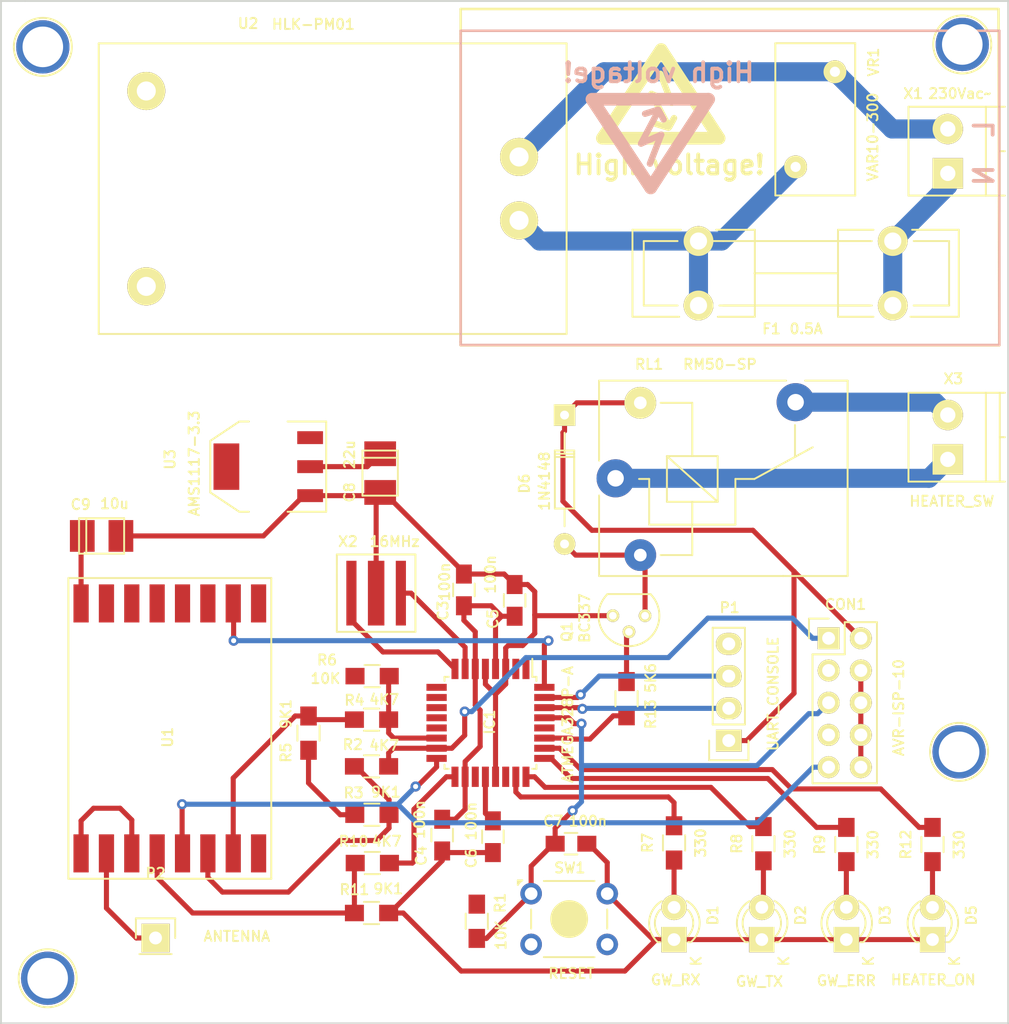
<source format=kicad_pcb>
(kicad_pcb (version 4) (host pcbnew 4.1.0-alpha+201606210817+6944~45~ubuntu14.04.1-product)

  (general
    (links 94)
    (no_connects 21)
    (area 98.222999 47.613499 177.811501 128.345001)
    (thickness 1.6)
    (drawings 40)
    (tracks 248)
    (zones 0)
    (modules 44)
    (nets 53)
  )

  (page A4)
  (layers
    (0 F.Cu signal)
    (31 B.Cu signal)
    (32 B.Adhes user)
    (33 F.Adhes user)
    (34 B.Paste user)
    (35 F.Paste user)
    (36 B.SilkS user)
    (37 F.SilkS user)
    (38 B.Mask user)
    (39 F.Mask user)
    (40 Dwgs.User user)
    (41 Cmts.User user)
    (42 Eco1.User user)
    (43 Eco2.User user)
    (44 Edge.Cuts user)
    (45 Margin user)
    (46 B.CrtYd user)
    (47 F.CrtYd user)
    (48 B.Fab user)
    (49 F.Fab user)
  )

  (setup
    (last_trace_width 0.4)
    (trace_clearance 0.3)
    (zone_clearance 0.508)
    (zone_45_only no)
    (trace_min 0.3)
    (segment_width 0.2)
    (edge_width 0.15)
    (via_size 0.8)
    (via_drill 0.4)
    (via_min_size 0.4)
    (via_min_drill 0.3)
    (uvia_size 0.3)
    (uvia_drill 0.1)
    (uvias_allowed no)
    (uvia_min_size 0.2)
    (uvia_min_drill 0.1)
    (pcb_text_width 0.3)
    (pcb_text_size 1.5 1.5)
    (mod_edge_width 0.15)
    (mod_text_size 0.8 0.8)
    (mod_text_width 0.15)
    (pad_size 4.2 4.2)
    (pad_drill 3.2)
    (pad_to_mask_clearance 0.2)
    (aux_axis_origin 0 0)
    (visible_elements FFFFFF7F)
    (pcbplotparams
      (layerselection 0x00030_80000001)
      (usegerberextensions false)
      (excludeedgelayer true)
      (linewidth 0.100000)
      (plotframeref false)
      (viasonmask false)
      (mode 1)
      (useauxorigin false)
      (hpglpennumber 1)
      (hpglpenspeed 20)
      (hpglpendiameter 15)
      (psnegative false)
      (psa4output false)
      (plotreference true)
      (plotvalue true)
      (plotinvisibletext false)
      (padsonsilk false)
      (subtractmaskfromsilk false)
      (outputformat 1)
      (mirror false)
      (drillshape 1)
      (scaleselection 1)
      (outputdirectory ""))
  )

  (net 0 "")
  (net 1 +5V)
  (net 2 GND)
  (net 3 "Net-(C6-Pad2)")
  (net 4 +3V3)
  (net 5 /MOSI)
  (net 6 "Net-(CON1-Pad3)")
  (net 7 /RST)
  (net 8 /SCK)
  (net 9 /MISO)
  (net 10 "Net-(D1-Pad2)")
  (net 11 "Net-(D2-Pad2)")
  (net 12 "Net-(D3-Pad2)")
  (net 13 "Net-(D5-Pad2)")
  (net 14 "Net-(D6-Pad2)")
  (net 15 "Net-(IC1-Pad1)")
  (net 16 "Net-(IC1-Pad2)")
  (net 17 "Net-(IC1-Pad7)")
  (net 18 "Net-(IC1-Pad8)")
  (net 19 "Net-(IC1-Pad9)")
  (net 20 "Net-(IC1-Pad10)")
  (net 21 "Net-(IC1-Pad11)")
  (net 22 "Net-(IC1-Pad12)")
  (net 23 "Net-(IC1-Pad13)")
  (net 24 /SS)
  (net 25 "Net-(IC1-Pad19)")
  (net 26 "Net-(IC1-Pad22)")
  (net 27 /RX_LED)
  (net 28 /TX_LED)
  (net 29 /ERR_LED)
  (net 30 /HEATER_ON_LED)
  (net 31 /H_RELAY_CMD)
  (net 32 "Net-(IC1-Pad28)")
  (net 33 /SerialTx)
  (net 34 /SerialRx)
  (net 35 /INT)
  (net 36 "Net-(P2-Pad1)")
  (net 37 "Net-(Q1-Pad2)")
  (net 38 "Net-(R2-Pad1)")
  (net 39 "Net-(R4-Pad1)")
  (net 40 "Net-(R10-Pad1)")
  (net 41 "Net-(U1-Pad1)")
  (net 42 "Net-(U1-Pad3)")
  (net 43 "Net-(U1-Pad4)")
  (net 44 "Net-(U1-Pad5)")
  (net 45 "Net-(U1-Pad6)")
  (net 46 "Net-(U1-Pad7)")
  (net 47 "Net-(U1-Pad16)")
  (net 48 "Net-(U2-Pad2)")
  (net 49 "Net-(RL1-Pad14)")
  (net 50 "Net-(RL1-Pad11)")
  (net 51 "Net-(F1-Pad2)")
  (net 52 "Net-(F1-Pad1)")

  (net_class Default "This is the default net class."
    (clearance 0.3)
    (trace_width 0.4)
    (via_dia 0.8)
    (via_drill 0.4)
    (uvia_dia 0.3)
    (uvia_drill 0.1)
    (add_net +3V3)
    (add_net +5V)
    (add_net /ERR_LED)
    (add_net /HEATER_ON_LED)
    (add_net /H_RELAY_CMD)
    (add_net /INT)
    (add_net /MISO)
    (add_net /MOSI)
    (add_net /RST)
    (add_net /RX_LED)
    (add_net /SCK)
    (add_net /SS)
    (add_net /SerialRx)
    (add_net /SerialTx)
    (add_net /TX_LED)
    (add_net GND)
    (add_net "Net-(C6-Pad2)")
    (add_net "Net-(CON1-Pad3)")
    (add_net "Net-(D1-Pad2)")
    (add_net "Net-(D2-Pad2)")
    (add_net "Net-(D3-Pad2)")
    (add_net "Net-(D5-Pad2)")
    (add_net "Net-(D6-Pad2)")
    (add_net "Net-(IC1-Pad1)")
    (add_net "Net-(IC1-Pad10)")
    (add_net "Net-(IC1-Pad11)")
    (add_net "Net-(IC1-Pad12)")
    (add_net "Net-(IC1-Pad13)")
    (add_net "Net-(IC1-Pad19)")
    (add_net "Net-(IC1-Pad2)")
    (add_net "Net-(IC1-Pad22)")
    (add_net "Net-(IC1-Pad28)")
    (add_net "Net-(IC1-Pad7)")
    (add_net "Net-(IC1-Pad8)")
    (add_net "Net-(IC1-Pad9)")
    (add_net "Net-(P2-Pad1)")
    (add_net "Net-(Q1-Pad2)")
    (add_net "Net-(R10-Pad1)")
    (add_net "Net-(R2-Pad1)")
    (add_net "Net-(R4-Pad1)")
    (add_net "Net-(U1-Pad1)")
    (add_net "Net-(U1-Pad16)")
    (add_net "Net-(U1-Pad3)")
    (add_net "Net-(U1-Pad4)")
    (add_net "Net-(U1-Pad5)")
    (add_net "Net-(U1-Pad6)")
    (add_net "Net-(U1-Pad7)")
  )

  (net_class power ""
    (clearance 1)
    (trace_width 1.5)
    (via_dia 1)
    (via_drill 0.6)
    (uvia_dia 0.3)
    (uvia_drill 0.1)
    (add_net "Net-(F1-Pad1)")
    (add_net "Net-(F1-Pad2)")
    (add_net "Net-(RL1-Pad11)")
    (add_net "Net-(RL1-Pad14)")
    (add_net "Net-(U2-Pad2)")
  )

  (module Connect:1pin (layer F.Cu) (tedit 5769420B) (tstamp 576944BB)
    (at 174.117 51.1175)
    (descr "module 1 pin (ou trou mecanique de percage)")
    (tags DEV)
    (fp_text reference REF** (at 0 -3.048) (layer F.SilkS) hide
      (effects (font (size 1 1) (thickness 0.15)))
    )
    (fp_text value 1pin (at 0 2.794) (layer F.Fab) hide
      (effects (font (size 1 1) (thickness 0.15)))
    )
    (fp_circle (center 0 0) (end 0 -2.286) (layer F.SilkS) (width 0.15))
    (pad "" thru_hole circle (at 0 0) (size 4.2 4.2) (drill 3.2) (layers *.Cu *.Mask)
      (net 2 GND))
  )

  (module Connect:1pin (layer F.Cu) (tedit 5769420B) (tstamp 576953EE)
    (at 101.981 124.714)
    (descr "module 1 pin (ou trou mecanique de percage)")
    (tags DEV)
    (fp_text reference REF** (at 0 -3.048) (layer F.SilkS) hide
      (effects (font (size 1 1) (thickness 0.15)))
    )
    (fp_text value 1pin (at 0 2.794) (layer F.Fab) hide
      (effects (font (size 1 1) (thickness 0.15)))
    )
    (fp_circle (center 0 0) (end 0 -2.286) (layer F.SilkS) (width 0.15))
    (pad "" thru_hole circle (at 0 0) (size 4.2 4.2) (drill 3.2) (layers *.Cu *.Mask)
      (net 2 GND))
  )

  (module Connect:1pin (layer F.Cu) (tedit 5769420B) (tstamp 576953DA)
    (at 173.863 106.8705)
    (descr "module 1 pin (ou trou mecanique de percage)")
    (tags DEV)
    (fp_text reference REF** (at 0 -3.048) (layer F.SilkS) hide
      (effects (font (size 1 1) (thickness 0.15)))
    )
    (fp_text value 1pin (at 0 2.794) (layer F.Fab) hide
      (effects (font (size 1 1) (thickness 0.15)))
    )
    (fp_circle (center 0 0) (end 0 -2.286) (layer F.SilkS) (width 0.15))
    (pad "" thru_hole circle (at 0 0) (size 4.2 4.2) (drill 3.2) (layers *.Cu *.Mask)
      (net 2 GND))
  )

  (module myfootprints:HLK-PM01 placed (layer F.Cu) (tedit 57693C65) (tstamp 5763EDA3)
    (at 124.46 62.484 180)
    (path /5763E766)
    (fp_text reference U2 (at 6.6675 13.0175) (layer F.SilkS)
      (effects (font (size 0.8 0.8) (thickness 0.15)))
    )
    (fp_text value HLK-PM01 (at 1.524 12.954 180) (layer F.SilkS)
      (effects (font (size 0.8 0.8) (thickness 0.15)))
    )
    (fp_line (start -18.45 11.449999) (end 18.45 11.45) (layer F.SilkS) (width 0.15))
    (fp_line (start 18.45 11.45) (end 18.45 -11.449999) (layer F.SilkS) (width 0.15))
    (fp_line (start 18.45 -11.449999) (end -18.45 -11.45) (layer F.SilkS) (width 0.15))
    (fp_line (start -18.45 -11.45) (end -18.45 -3.816666) (layer F.SilkS) (width 0.15))
    (fp_line (start -18.45056 -3.86334) (end -18.45056 3.769992) (layer F.SilkS) (width 0.15))
    (fp_line (start -18.45 3.816666) (end -18.45 11.449999) (layer F.SilkS) (width 0.15))
    (pad 1 thru_hole circle (at -14.7 -2.5 180) (size 3 3) (drill 1.5) (layers *.Cu *.Mask F.SilkS)
      (net 51 "Net-(F1-Pad2)"))
    (pad 2 thru_hole circle (at -14.7 2.5 180) (size 3 3) (drill 1.5) (layers *.Cu *.Mask F.SilkS)
      (net 48 "Net-(U2-Pad2)"))
    (pad 4 thru_hole circle (at 14.7 -7.7 180) (size 3 3) (drill 1.5) (layers *.Cu *.Mask F.SilkS)
      (net 1 +5V))
    (pad 3 thru_hole circle (at 14.7 7.7 180) (size 3 3) (drill 1.5) (layers *.Cu *.Mask F.SilkS)
      (net 2 GND))
  )

  (module Capacitors_SMD:C_0805_HandSoldering placed (layer F.Cu) (tedit 57693BE2) (tstamp 5763EC7B)
    (at 134.8105 94.107 90)
    (descr "Capacitor SMD 0805, hand soldering")
    (tags "capacitor 0805")
    (path /575E8F9B)
    (attr smd)
    (fp_text reference C3 (at -1.631 -1.651 90) (layer F.SilkS)
      (effects (font (size 0.8 0.8) (thickness 0.15)))
    )
    (fp_text value 100n (at 1.2265 2.0955 90) (layer F.SilkS)
      (effects (font (size 0.8 0.8) (thickness 0.15)))
    )
    (fp_line (start -2.3 -1) (end 2.3 -1) (layer F.CrtYd) (width 0.05))
    (fp_line (start -2.3 1) (end 2.3 1) (layer F.CrtYd) (width 0.05))
    (fp_line (start -2.3 -1) (end -2.3 1) (layer F.CrtYd) (width 0.05))
    (fp_line (start 2.3 -1) (end 2.3 1) (layer F.CrtYd) (width 0.05))
    (fp_line (start 0.5 -0.85) (end -0.5 -0.85) (layer F.SilkS) (width 0.15))
    (fp_line (start -0.5 0.85) (end 0.5 0.85) (layer F.SilkS) (width 0.15))
    (pad 1 smd rect (at -1.25 0 90) (size 1.5 1.25) (layers F.Cu F.Paste F.Mask)
      (net 1 +5V))
    (pad 2 smd rect (at 1.25 0 90) (size 1.5 1.25) (layers F.Cu F.Paste F.Mask)
      (net 2 GND))
    (model Capacitors_SMD.3dshapes/C_0805_HandSoldering.wrl
      (at (xyz 0 0 0))
      (scale (xyz 1 1 1))
      (rotate (xyz 0 0 0))
    )
  )

  (module Capacitors_SMD:C_0805_HandSoldering placed (layer F.Cu) (tedit 57693BD6) (tstamp 5763EC81)
    (at 133.096 113.431 90)
    (descr "Capacitor SMD 0805, hand soldering")
    (tags "capacitor 0805")
    (path /575E8F25)
    (attr smd)
    (fp_text reference C4 (at -1.631 -1.651 90) (layer F.SilkS)
      (effects (font (size 0.8 0.8) (thickness 0.15)))
    )
    (fp_text value 100n (at 1.2265 -1.778 90) (layer F.SilkS)
      (effects (font (size 0.8 0.8) (thickness 0.15)))
    )
    (fp_line (start -2.3 -1) (end 2.3 -1) (layer F.CrtYd) (width 0.05))
    (fp_line (start -2.3 1) (end 2.3 1) (layer F.CrtYd) (width 0.05))
    (fp_line (start -2.3 -1) (end -2.3 1) (layer F.CrtYd) (width 0.05))
    (fp_line (start 2.3 -1) (end 2.3 1) (layer F.CrtYd) (width 0.05))
    (fp_line (start 0.5 -0.85) (end -0.5 -0.85) (layer F.SilkS) (width 0.15))
    (fp_line (start -0.5 0.85) (end 0.5 0.85) (layer F.SilkS) (width 0.15))
    (pad 1 smd rect (at -1.25 0 90) (size 1.5 1.25) (layers F.Cu F.Paste F.Mask)
      (net 2 GND))
    (pad 2 smd rect (at 1.25 0 90) (size 1.5 1.25) (layers F.Cu F.Paste F.Mask)
      (net 1 +5V))
    (model Capacitors_SMD.3dshapes/C_0805_HandSoldering.wrl
      (at (xyz 0 0 0))
      (scale (xyz 1 1 1))
      (rotate (xyz 0 0 0))
    )
  )

  (module Capacitors_SMD:C_0805_HandSoldering placed (layer F.Cu) (tedit 57693BDD) (tstamp 5763EC87)
    (at 138.811 94.9325 270)
    (descr "Capacitor SMD 0805, hand soldering")
    (tags "capacitor 0805")
    (path /575E8FDA)
    (attr smd)
    (fp_text reference C5 (at 1.4605 1.7145 270) (layer F.SilkS)
      (effects (font (size 0.8 0.8) (thickness 0.15)))
    )
    (fp_text value 100n (at -1.4605 5.5245 270) (layer F.SilkS)
      (effects (font (size 0.8 0.8) (thickness 0.15)))
    )
    (fp_line (start -2.3 -1) (end 2.3 -1) (layer F.CrtYd) (width 0.05))
    (fp_line (start -2.3 1) (end 2.3 1) (layer F.CrtYd) (width 0.05))
    (fp_line (start -2.3 -1) (end -2.3 1) (layer F.CrtYd) (width 0.05))
    (fp_line (start 2.3 -1) (end 2.3 1) (layer F.CrtYd) (width 0.05))
    (fp_line (start 0.5 -0.85) (end -0.5 -0.85) (layer F.SilkS) (width 0.15))
    (fp_line (start -0.5 0.85) (end 0.5 0.85) (layer F.SilkS) (width 0.15))
    (pad 1 smd rect (at -1.25 0 270) (size 1.5 1.25) (layers F.Cu F.Paste F.Mask)
      (net 2 GND))
    (pad 2 smd rect (at 1.25 0 270) (size 1.5 1.25) (layers F.Cu F.Paste F.Mask)
      (net 1 +5V))
    (model Capacitors_SMD.3dshapes/C_0805_HandSoldering.wrl
      (at (xyz 0 0 0))
      (scale (xyz 1 1 1))
      (rotate (xyz 0 0 0))
    )
  )

  (module Capacitors_SMD:C_0805_HandSoldering placed (layer F.Cu) (tedit 57693BD9) (tstamp 5763EC8D)
    (at 137.0965 113.558 90)
    (descr "Capacitor SMD 0805, hand soldering")
    (tags "capacitor 0805")
    (path /575E8444)
    (attr smd)
    (fp_text reference C6 (at -1.6945 -1.7145 90) (layer F.SilkS)
      (effects (font (size 0.8 0.8) (thickness 0.15)))
    )
    (fp_text value 100n (at 1.2265 -1.7145 90) (layer F.SilkS)
      (effects (font (size 0.8 0.8) (thickness 0.15)))
    )
    (fp_line (start -2.3 -1) (end 2.3 -1) (layer F.CrtYd) (width 0.05))
    (fp_line (start -2.3 1) (end 2.3 1) (layer F.CrtYd) (width 0.05))
    (fp_line (start -2.3 -1) (end -2.3 1) (layer F.CrtYd) (width 0.05))
    (fp_line (start 2.3 -1) (end 2.3 1) (layer F.CrtYd) (width 0.05))
    (fp_line (start 0.5 -0.85) (end -0.5 -0.85) (layer F.SilkS) (width 0.15))
    (fp_line (start -0.5 0.85) (end 0.5 0.85) (layer F.SilkS) (width 0.15))
    (pad 1 smd rect (at -1.25 0 90) (size 1.5 1.25) (layers F.Cu F.Paste F.Mask)
      (net 2 GND))
    (pad 2 smd rect (at 1.25 0 90) (size 1.5 1.25) (layers F.Cu F.Paste F.Mask)
      (net 3 "Net-(C6-Pad2)"))
    (model Capacitors_SMD.3dshapes/C_0805_HandSoldering.wrl
      (at (xyz 0 0 0))
      (scale (xyz 1 1 1))
      (rotate (xyz 0 0 0))
    )
  )

  (module Capacitors_SMD:C_0805_HandSoldering placed (layer F.Cu) (tedit 57693BF5) (tstamp 5763EC93)
    (at 143.256 114.1095 180)
    (descr "Capacitor SMD 0805, hand soldering")
    (tags "capacitor 0805")
    (path /575EA846)
    (attr smd)
    (fp_text reference C7 (at 1.397 1.778 180) (layer F.SilkS)
      (effects (font (size 0.8 0.8) (thickness 0.15)))
    )
    (fp_text value 100n (at -1.3335 1.778 180) (layer F.SilkS)
      (effects (font (size 0.8 0.8) (thickness 0.15)))
    )
    (fp_line (start -2.3 -1) (end 2.3 -1) (layer F.CrtYd) (width 0.05))
    (fp_line (start -2.3 1) (end 2.3 1) (layer F.CrtYd) (width 0.05))
    (fp_line (start -2.3 -1) (end -2.3 1) (layer F.CrtYd) (width 0.05))
    (fp_line (start 2.3 -1) (end 2.3 1) (layer F.CrtYd) (width 0.05))
    (fp_line (start 0.5 -0.85) (end -0.5 -0.85) (layer F.SilkS) (width 0.15))
    (fp_line (start -0.5 0.85) (end 0.5 0.85) (layer F.SilkS) (width 0.15))
    (pad 1 smd rect (at -1.25 0 180) (size 1.5 1.25) (layers F.Cu F.Paste F.Mask)
      (net 2 GND))
    (pad 2 smd rect (at 1.25 0 180) (size 1.5 1.25) (layers F.Cu F.Paste F.Mask)
      (net 7 /RST))
    (model Capacitors_SMD.3dshapes/C_0805_HandSoldering.wrl
      (at (xyz 0 0 0))
      (scale (xyz 1 1 1))
      (rotate (xyz 0 0 0))
    )
  )

  (module Capacitors_Tantalum_SMD:TantalC_SizeT_EIA-3528 placed (layer F.Cu) (tedit 57693B9E) (tstamp 5763EC99)
    (at 128.2065 84.8995 90)
    (descr TantalC_SizeT_EIA-3528)
    (path /575F10FB)
    (fp_text reference C8 (at -1.524 -2.413 90) (layer F.SilkS)
      (effects (font (size 0.8 0.8) (thickness 0.15)))
    )
    (fp_text value 22u (at 1.4605 -2.413 90) (layer F.SilkS)
      (effects (font (size 0.8 0.8) (thickness 0.15)))
    )
    (fp_line (start 1.2065 -1.397) (end 1.2065 1.397) (layer F.SilkS) (width 0.15))
    (fp_line (start 1.778 -1.397) (end -1.778 -1.397) (layer F.SilkS) (width 0.15))
    (fp_line (start -1.778 -1.397) (end -1.778 1.397) (layer F.SilkS) (width 0.15))
    (fp_line (start -1.778 1.397) (end 1.778 1.397) (layer F.SilkS) (width 0.15))
    (fp_line (start 1.778 1.397) (end 1.778 -1.397) (layer F.SilkS) (width 0.15))
    (pad 1 smd rect (at 1.524 0 90) (size 1.95072 2.49936) (layers F.Cu F.Paste F.Mask)
      (net 4 +3V3))
    (pad 2 smd rect (at -1.524 0 90) (size 1.95072 2.49936) (layers F.Cu F.Paste F.Mask)
      (net 2 GND))
    (model Capacitors_Tantalum_SMD.3dshapes/TantalC_SizeT_EIA-3528.wrl
      (at (xyz 0 0 0))
      (scale (xyz 1 1 1))
      (rotate (xyz 0 0 0))
    )
  )

  (module Capacitors_Tantalum_SMD:TantalC_SizeT_EIA-3528 placed (layer F.Cu) (tedit 57693BF2) (tstamp 5763EC9F)
    (at 106.2355 89.8525 180)
    (descr TantalC_SizeT_EIA-3528)
    (path /576262E5)
    (fp_text reference C9 (at 1.651 2.4765 180) (layer F.SilkS)
      (effects (font (size 0.8 0.8) (thickness 0.15)))
    )
    (fp_text value 10u (at -1.016 2.54 180) (layer F.SilkS)
      (effects (font (size 0.8 0.8) (thickness 0.15)))
    )
    (fp_line (start 1.2065 -1.397) (end 1.2065 1.397) (layer F.SilkS) (width 0.15))
    (fp_line (start 1.778 -1.397) (end -1.778 -1.397) (layer F.SilkS) (width 0.15))
    (fp_line (start -1.778 -1.397) (end -1.778 1.397) (layer F.SilkS) (width 0.15))
    (fp_line (start -1.778 1.397) (end 1.778 1.397) (layer F.SilkS) (width 0.15))
    (fp_line (start 1.778 1.397) (end 1.778 -1.397) (layer F.SilkS) (width 0.15))
    (pad 1 smd rect (at 1.524 0 180) (size 1.95072 2.49936) (layers F.Cu F.Paste F.Mask)
      (net 4 +3V3))
    (pad 2 smd rect (at -1.524 0 180) (size 1.95072 2.49936) (layers F.Cu F.Paste F.Mask)
      (net 2 GND))
    (model Capacitors_Tantalum_SMD.3dshapes/TantalC_SizeT_EIA-3528.wrl
      (at (xyz 0 0 0))
      (scale (xyz 1 1 1))
      (rotate (xyz 0 0 0))
    )
  )

  (module Pin_Headers:Pin_Header_Straight_2x05 placed (layer F.Cu) (tedit 57693C42) (tstamp 5763ECB9)
    (at 163.576 97.917)
    (descr "Through hole pin header")
    (tags "pin header")
    (path /575F463B)
    (fp_text reference CON1 (at 1.3335 -2.667) (layer F.SilkS)
      (effects (font (size 0.8 0.8) (thickness 0.15)))
    )
    (fp_text value AVR-ISP-10 (at 5.5245 5.461 90) (layer F.SilkS)
      (effects (font (size 0.8 0.8) (thickness 0.15)))
    )
    (fp_line (start -1.75 -1.75) (end -1.75 11.95) (layer F.CrtYd) (width 0.05))
    (fp_line (start 4.3 -1.75) (end 4.3 11.95) (layer F.CrtYd) (width 0.05))
    (fp_line (start -1.75 -1.75) (end 4.3 -1.75) (layer F.CrtYd) (width 0.05))
    (fp_line (start -1.75 11.95) (end 4.3 11.95) (layer F.CrtYd) (width 0.05))
    (fp_line (start 3.81 -1.27) (end 3.81 11.43) (layer F.SilkS) (width 0.15))
    (fp_line (start 3.81 11.43) (end -1.27 11.43) (layer F.SilkS) (width 0.15))
    (fp_line (start -1.27 11.43) (end -1.27 1.27) (layer F.SilkS) (width 0.15))
    (fp_line (start 3.81 -1.27) (end 1.27 -1.27) (layer F.SilkS) (width 0.15))
    (fp_line (start 0 -1.55) (end -1.55 -1.55) (layer F.SilkS) (width 0.15))
    (fp_line (start 1.27 -1.27) (end 1.27 1.27) (layer F.SilkS) (width 0.15))
    (fp_line (start 1.27 1.27) (end -1.27 1.27) (layer F.SilkS) (width 0.15))
    (fp_line (start -1.55 -1.55) (end -1.55 0) (layer F.SilkS) (width 0.15))
    (pad 1 thru_hole rect (at 0 0) (size 1.7272 1.7272) (drill 1.016) (layers *.Cu *.Mask F.SilkS)
      (net 5 /MOSI))
    (pad 2 thru_hole oval (at 2.54 0) (size 1.7272 1.7272) (drill 1.016) (layers *.Cu *.Mask F.SilkS)
      (net 1 +5V))
    (pad 3 thru_hole oval (at 0 2.54) (size 1.7272 1.7272) (drill 1.016) (layers *.Cu *.Mask F.SilkS)
      (net 6 "Net-(CON1-Pad3)"))
    (pad 4 thru_hole oval (at 2.54 2.54) (size 1.7272 1.7272) (drill 1.016) (layers *.Cu *.Mask F.SilkS)
      (net 2 GND))
    (pad 5 thru_hole oval (at 0 5.08) (size 1.7272 1.7272) (drill 1.016) (layers *.Cu *.Mask F.SilkS)
      (net 7 /RST))
    (pad 6 thru_hole oval (at 2.54 5.08) (size 1.7272 1.7272) (drill 1.016) (layers *.Cu *.Mask F.SilkS)
      (net 2 GND))
    (pad 7 thru_hole oval (at 0 7.62) (size 1.7272 1.7272) (drill 1.016) (layers *.Cu *.Mask F.SilkS)
      (net 8 /SCK))
    (pad 8 thru_hole oval (at 2.54 7.62) (size 1.7272 1.7272) (drill 1.016) (layers *.Cu *.Mask F.SilkS)
      (net 2 GND))
    (pad 9 thru_hole oval (at 0 10.16) (size 1.7272 1.7272) (drill 1.016) (layers *.Cu *.Mask F.SilkS)
      (net 9 /MISO))
    (pad 10 thru_hole oval (at 2.54 10.16) (size 1.7272 1.7272) (drill 1.016) (layers *.Cu *.Mask F.SilkS)
      (net 2 GND))
    (model Pin_Headers.3dshapes/Pin_Header_Straight_2x05.wrl
      (at (xyz 0.05 -0.2 0))
      (scale (xyz 1 1 1))
      (rotate (xyz 0 0 90))
    )
  )

  (module LEDs:LED-3MM placed (layer F.Cu) (tedit 57693C29) (tstamp 5763ECBF)
    (at 151.384 121.666 90)
    (descr "LED 3mm round vertical")
    (tags "LED  3mm round vertical")
    (path /575EBC44)
    (fp_text reference D1 (at 1.91 3.06 90) (layer F.SilkS)
      (effects (font (size 0.8 0.8) (thickness 0.15)))
    )
    (fp_text value GW_RX (at -3.175 0.127 180) (layer F.SilkS)
      (effects (font (size 0.8 0.8) (thickness 0.15)))
    )
    (fp_line (start -1.2 2.3) (end 3.8 2.3) (layer F.CrtYd) (width 0.05))
    (fp_line (start 3.8 2.3) (end 3.8 -2.2) (layer F.CrtYd) (width 0.05))
    (fp_line (start 3.8 -2.2) (end -1.2 -2.2) (layer F.CrtYd) (width 0.05))
    (fp_line (start -1.2 -2.2) (end -1.2 2.3) (layer F.CrtYd) (width 0.05))
    (fp_line (start -0.199 1.314) (end -0.199 1.114) (layer F.SilkS) (width 0.15))
    (fp_line (start -0.199 -1.28) (end -0.199 -1.1) (layer F.SilkS) (width 0.15))
    (fp_arc (start 1.301 0.034) (end -0.199 -1.286) (angle 108.5) (layer F.SilkS) (width 0.15))
    (fp_arc (start 1.301 0.034) (end 0.25 -1.1) (angle 85.7) (layer F.SilkS) (width 0.15))
    (fp_arc (start 1.311 0.034) (end 3.051 0.994) (angle 110) (layer F.SilkS) (width 0.15))
    (fp_arc (start 1.301 0.034) (end 2.335 1.094) (angle 87.5) (layer F.SilkS) (width 0.15))
    (fp_text user K (at -1.69 1.74 90) (layer F.SilkS)
      (effects (font (size 0.8 0.8) (thickness 0.15)))
    )
    (pad 1 thru_hole rect (at 0 0 180) (size 2 2) (drill 1.00076) (layers *.Cu *.Mask F.SilkS)
      (net 2 GND))
    (pad 2 thru_hole circle (at 2.54 0 90) (size 2 2) (drill 1.00076) (layers *.Cu *.Mask F.SilkS)
      (net 10 "Net-(D1-Pad2)"))
    (model LEDs.3dshapes/LED-3MM.wrl
      (at (xyz 0.05 0 0))
      (scale (xyz 1 1 1))
      (rotate (xyz 0 0 90))
    )
  )

  (module LEDs:LED-3MM placed (layer F.Cu) (tedit 57693C2C) (tstamp 5763ECC5)
    (at 158.3055 121.666 90)
    (descr "LED 3mm round vertical")
    (tags "LED  3mm round vertical")
    (path /575EC632)
    (fp_text reference D2 (at 1.91 3.06 90) (layer F.SilkS)
      (effects (font (size 0.8 0.8) (thickness 0.15)))
    )
    (fp_text value GW_TX (at -3.302 -0.1905 180) (layer F.SilkS)
      (effects (font (size 0.8 0.8) (thickness 0.15)))
    )
    (fp_line (start -1.2 2.3) (end 3.8 2.3) (layer F.CrtYd) (width 0.05))
    (fp_line (start 3.8 2.3) (end 3.8 -2.2) (layer F.CrtYd) (width 0.05))
    (fp_line (start 3.8 -2.2) (end -1.2 -2.2) (layer F.CrtYd) (width 0.05))
    (fp_line (start -1.2 -2.2) (end -1.2 2.3) (layer F.CrtYd) (width 0.05))
    (fp_line (start -0.199 1.314) (end -0.199 1.114) (layer F.SilkS) (width 0.15))
    (fp_line (start -0.199 -1.28) (end -0.199 -1.1) (layer F.SilkS) (width 0.15))
    (fp_arc (start 1.301 0.034) (end -0.199 -1.286) (angle 108.5) (layer F.SilkS) (width 0.15))
    (fp_arc (start 1.301 0.034) (end 0.25 -1.1) (angle 85.7) (layer F.SilkS) (width 0.15))
    (fp_arc (start 1.311 0.034) (end 3.051 0.994) (angle 110) (layer F.SilkS) (width 0.15))
    (fp_arc (start 1.301 0.034) (end 2.335 1.094) (angle 87.5) (layer F.SilkS) (width 0.15))
    (fp_text user K (at -1.69 1.74 90) (layer F.SilkS)
      (effects (font (size 0.8 0.8) (thickness 0.15)))
    )
    (pad 1 thru_hole rect (at 0 0 180) (size 2 2) (drill 1.00076) (layers *.Cu *.Mask F.SilkS)
      (net 2 GND))
    (pad 2 thru_hole circle (at 2.54 0 90) (size 2 2) (drill 1.00076) (layers *.Cu *.Mask F.SilkS)
      (net 11 "Net-(D2-Pad2)"))
    (model LEDs.3dshapes/LED-3MM.wrl
      (at (xyz 0.05 0 0))
      (scale (xyz 1 1 1))
      (rotate (xyz 0 0 90))
    )
  )

  (module LEDs:LED-3MM placed (layer F.Cu) (tedit 57693C4C) (tstamp 5763ECCB)
    (at 164.973 121.666 90)
    (descr "LED 3mm round vertical")
    (tags "LED  3mm round vertical")
    (path /575ED743)
    (fp_text reference D3 (at 1.91 3.06 90) (layer F.SilkS)
      (effects (font (size 0.8 0.8) (thickness 0.15)))
    )
    (fp_text value GW_ERR (at -3.2385 0 180) (layer F.SilkS)
      (effects (font (size 0.8 0.8) (thickness 0.15)))
    )
    (fp_line (start -1.2 2.3) (end 3.8 2.3) (layer F.CrtYd) (width 0.05))
    (fp_line (start 3.8 2.3) (end 3.8 -2.2) (layer F.CrtYd) (width 0.05))
    (fp_line (start 3.8 -2.2) (end -1.2 -2.2) (layer F.CrtYd) (width 0.05))
    (fp_line (start -1.2 -2.2) (end -1.2 2.3) (layer F.CrtYd) (width 0.05))
    (fp_line (start -0.199 1.314) (end -0.199 1.114) (layer F.SilkS) (width 0.15))
    (fp_line (start -0.199 -1.28) (end -0.199 -1.1) (layer F.SilkS) (width 0.15))
    (fp_arc (start 1.301 0.034) (end -0.199 -1.286) (angle 108.5) (layer F.SilkS) (width 0.15))
    (fp_arc (start 1.301 0.034) (end 0.25 -1.1) (angle 85.7) (layer F.SilkS) (width 0.15))
    (fp_arc (start 1.311 0.034) (end 3.051 0.994) (angle 110) (layer F.SilkS) (width 0.15))
    (fp_arc (start 1.301 0.034) (end 2.335 1.094) (angle 87.5) (layer F.SilkS) (width 0.15))
    (fp_text user K (at -1.69 1.74 90) (layer F.SilkS)
      (effects (font (size 0.8 0.8) (thickness 0.15)))
    )
    (pad 1 thru_hole rect (at 0 0 180) (size 2 2) (drill 1.00076) (layers *.Cu *.Mask F.SilkS)
      (net 2 GND))
    (pad 2 thru_hole circle (at 2.54 0 90) (size 2 2) (drill 1.00076) (layers *.Cu *.Mask F.SilkS)
      (net 12 "Net-(D3-Pad2)"))
    (model LEDs.3dshapes/LED-3MM.wrl
      (at (xyz 0.05 0 0))
      (scale (xyz 1 1 1))
      (rotate (xyz 0 0 90))
    )
  )

  (module LEDs:LED-3MM placed (layer F.Cu) (tedit 57693C4F) (tstamp 5763ECD1)
    (at 171.7675 121.666 90)
    (descr "LED 3mm round vertical")
    (tags "LED  3mm round vertical")
    (path /57644E5B)
    (fp_text reference D5 (at 1.91 3.06 90) (layer F.SilkS)
      (effects (font (size 0.8 0.8) (thickness 0.15)))
    )
    (fp_text value HEATER_ON (at -3.175 0.0635 180) (layer F.SilkS)
      (effects (font (size 0.8 0.8) (thickness 0.15)))
    )
    (fp_line (start -1.2 2.3) (end 3.8 2.3) (layer F.CrtYd) (width 0.05))
    (fp_line (start 3.8 2.3) (end 3.8 -2.2) (layer F.CrtYd) (width 0.05))
    (fp_line (start 3.8 -2.2) (end -1.2 -2.2) (layer F.CrtYd) (width 0.05))
    (fp_line (start -1.2 -2.2) (end -1.2 2.3) (layer F.CrtYd) (width 0.05))
    (fp_line (start -0.199 1.314) (end -0.199 1.114) (layer F.SilkS) (width 0.15))
    (fp_line (start -0.199 -1.28) (end -0.199 -1.1) (layer F.SilkS) (width 0.15))
    (fp_arc (start 1.301 0.034) (end -0.199 -1.286) (angle 108.5) (layer F.SilkS) (width 0.15))
    (fp_arc (start 1.301 0.034) (end 0.25 -1.1) (angle 85.7) (layer F.SilkS) (width 0.15))
    (fp_arc (start 1.311 0.034) (end 3.051 0.994) (angle 110) (layer F.SilkS) (width 0.15))
    (fp_arc (start 1.301 0.034) (end 2.335 1.094) (angle 87.5) (layer F.SilkS) (width 0.15))
    (fp_text user K (at -1.69 1.74 90) (layer F.SilkS)
      (effects (font (size 0.8 0.8) (thickness 0.15)))
    )
    (pad 1 thru_hole rect (at 0 0 180) (size 2 2) (drill 1.00076) (layers *.Cu *.Mask F.SilkS)
      (net 2 GND))
    (pad 2 thru_hole circle (at 2.54 0 90) (size 2 2) (drill 1.00076) (layers *.Cu *.Mask F.SilkS)
      (net 13 "Net-(D5-Pad2)"))
    (model LEDs.3dshapes/LED-3MM.wrl
      (at (xyz 0.05 0 0))
      (scale (xyz 1 1 1))
      (rotate (xyz 0 0 90))
    )
  )

  (module Diodes_ThroughHole:Diode_DO-35_SOD27_Horizontal_RM10 placed (layer F.Cu) (tedit 57693BE5) (tstamp 5763ECD7)
    (at 142.74546 80.32698 270)
    (descr "Diode, DO-35,  SOD27, Horizontal, RM 10mm")
    (tags "Diode, DO-35, SOD27, Horizontal, RM 10mm, 1N4148,")
    (path /57648B5B)
    (fp_text reference D6 (at 5.39802 3.17246 270) (layer F.SilkS)
      (effects (font (size 0.8 0.8) (thickness 0.15)))
    )
    (fp_text value 1N4148 (at 5.20752 1.58496 270) (layer F.SilkS)
      (effects (font (size 0.8 0.8) (thickness 0.15)))
    )
    (fp_line (start 7.36652 -0.00254) (end 8.76352 -0.00254) (layer F.SilkS) (width 0.15))
    (fp_line (start 2.92152 -0.00254) (end 1.39752 -0.00254) (layer F.SilkS) (width 0.15))
    (fp_line (start 3.30252 -0.76454) (end 3.30252 0.75946) (layer F.SilkS) (width 0.15))
    (fp_line (start 3.04852 -0.76454) (end 3.04852 0.75946) (layer F.SilkS) (width 0.15))
    (fp_line (start 2.79452 -0.00254) (end 2.79452 0.75946) (layer F.SilkS) (width 0.15))
    (fp_line (start 2.79452 0.75946) (end 7.36652 0.75946) (layer F.SilkS) (width 0.15))
    (fp_line (start 7.36652 0.75946) (end 7.36652 -0.76454) (layer F.SilkS) (width 0.15))
    (fp_line (start 7.36652 -0.76454) (end 2.79452 -0.76454) (layer F.SilkS) (width 0.15))
    (fp_line (start 2.79452 -0.76454) (end 2.79452 -0.00254) (layer F.SilkS) (width 0.15))
    (pad 2 thru_hole circle (at 10.16052 -0.00254 90) (size 1.69926 1.69926) (drill 0.70104) (layers *.Cu *.Mask F.SilkS)
      (net 14 "Net-(D6-Pad2)"))
    (pad 1 thru_hole rect (at 0.00052 -0.00254 90) (size 1.69926 1.69926) (drill 0.70104) (layers *.Cu *.Mask F.SilkS)
      (net 1 +5V))
    (model Diodes_ThroughHole.3dshapes/Diode_DO-35_SOD27_Horizontal_RM10.wrl
      (at (xyz 0.2 0 0))
      (scale (xyz 0.4 0.4 0.4))
      (rotate (xyz 0 0 180))
    )
  )

  (module Housings_QFP:TQFP-32_7x7mm_Pitch0.8mm placed (layer F.Cu) (tedit 57693BB0) (tstamp 5763ECFB)
    (at 136.906 104.5845 270)
    (descr "32-Lead Plastic Thin Quad Flatpack (PT) - 7x7x1.0 mm Body, 2.00 mm [TQFP] (see Microchip Packaging Specification 00000049BS.pdf)")
    (tags "QFP 0.8")
    (path /575E6E29)
    (attr smd)
    (fp_text reference IC1 (at -0.0635 0.0635 270) (layer F.SilkS)
      (effects (font (size 0.8 0.8) (thickness 0.15)))
    )
    (fp_text value ATMEGA328P-A (at 0.127 -6.096 270) (layer F.SilkS)
      (effects (font (size 0.8 0.8) (thickness 0.15)))
    )
    (fp_line (start -5.3 -5.3) (end -5.3 5.3) (layer F.CrtYd) (width 0.05))
    (fp_line (start 5.3 -5.3) (end 5.3 5.3) (layer F.CrtYd) (width 0.05))
    (fp_line (start -5.3 -5.3) (end 5.3 -5.3) (layer F.CrtYd) (width 0.05))
    (fp_line (start -5.3 5.3) (end 5.3 5.3) (layer F.CrtYd) (width 0.05))
    (fp_line (start -3.625 -3.625) (end -3.625 -3.3) (layer F.SilkS) (width 0.15))
    (fp_line (start 3.625 -3.625) (end 3.625 -3.3) (layer F.SilkS) (width 0.15))
    (fp_line (start 3.625 3.625) (end 3.625 3.3) (layer F.SilkS) (width 0.15))
    (fp_line (start -3.625 3.625) (end -3.625 3.3) (layer F.SilkS) (width 0.15))
    (fp_line (start -3.625 -3.625) (end -3.3 -3.625) (layer F.SilkS) (width 0.15))
    (fp_line (start -3.625 3.625) (end -3.3 3.625) (layer F.SilkS) (width 0.15))
    (fp_line (start 3.625 3.625) (end 3.3 3.625) (layer F.SilkS) (width 0.15))
    (fp_line (start 3.625 -3.625) (end 3.3 -3.625) (layer F.SilkS) (width 0.15))
    (fp_line (start -3.625 -3.3) (end -5.05 -3.3) (layer F.SilkS) (width 0.15))
    (pad 1 smd rect (at -4.25 -2.8 270) (size 1.6 0.55) (layers F.Cu F.Paste F.Mask)
      (net 15 "Net-(IC1-Pad1)"))
    (pad 2 smd rect (at -4.25 -2 270) (size 1.6 0.55) (layers F.Cu F.Paste F.Mask)
      (net 16 "Net-(IC1-Pad2)"))
    (pad 3 smd rect (at -4.25 -1.2 270) (size 1.6 0.55) (layers F.Cu F.Paste F.Mask)
      (net 2 GND))
    (pad 4 smd rect (at -4.25 -0.4 270) (size 1.6 0.55) (layers F.Cu F.Paste F.Mask)
      (net 1 +5V))
    (pad 5 smd rect (at -4.25 0.4 270) (size 1.6 0.55) (layers F.Cu F.Paste F.Mask)
      (net 2 GND))
    (pad 6 smd rect (at -4.25 1.2 270) (size 1.6 0.55) (layers F.Cu F.Paste F.Mask)
      (net 1 +5V))
    (pad 7 smd rect (at -4.25 2 270) (size 1.6 0.55) (layers F.Cu F.Paste F.Mask)
      (net 17 "Net-(IC1-Pad7)"))
    (pad 8 smd rect (at -4.25 2.8 270) (size 1.6 0.55) (layers F.Cu F.Paste F.Mask)
      (net 18 "Net-(IC1-Pad8)"))
    (pad 9 smd rect (at -2.8 4.25) (size 1.6 0.55) (layers F.Cu F.Paste F.Mask)
      (net 19 "Net-(IC1-Pad9)"))
    (pad 10 smd rect (at -2 4.25) (size 1.6 0.55) (layers F.Cu F.Paste F.Mask)
      (net 20 "Net-(IC1-Pad10)"))
    (pad 11 smd rect (at -1.2 4.25) (size 1.6 0.55) (layers F.Cu F.Paste F.Mask)
      (net 21 "Net-(IC1-Pad11)"))
    (pad 12 smd rect (at -0.4 4.25) (size 1.6 0.55) (layers F.Cu F.Paste F.Mask)
      (net 22 "Net-(IC1-Pad12)"))
    (pad 13 smd rect (at 0.4 4.25) (size 1.6 0.55) (layers F.Cu F.Paste F.Mask)
      (net 23 "Net-(IC1-Pad13)"))
    (pad 14 smd rect (at 1.2 4.25) (size 1.6 0.55) (layers F.Cu F.Paste F.Mask)
      (net 24 /SS))
    (pad 15 smd rect (at 2 4.25) (size 1.6 0.55) (layers F.Cu F.Paste F.Mask)
      (net 5 /MOSI))
    (pad 16 smd rect (at 2.8 4.25) (size 1.6 0.55) (layers F.Cu F.Paste F.Mask)
      (net 9 /MISO))
    (pad 17 smd rect (at 4.25 2.8 270) (size 1.6 0.55) (layers F.Cu F.Paste F.Mask)
      (net 8 /SCK))
    (pad 18 smd rect (at 4.25 2 270) (size 1.6 0.55) (layers F.Cu F.Paste F.Mask)
      (net 1 +5V))
    (pad 19 smd rect (at 4.25 1.2 270) (size 1.6 0.55) (layers F.Cu F.Paste F.Mask)
      (net 25 "Net-(IC1-Pad19)"))
    (pad 20 smd rect (at 4.25 0.4 270) (size 1.6 0.55) (layers F.Cu F.Paste F.Mask)
      (net 3 "Net-(C6-Pad2)"))
    (pad 21 smd rect (at 4.25 -0.4 270) (size 1.6 0.55) (layers F.Cu F.Paste F.Mask)
      (net 2 GND))
    (pad 22 smd rect (at 4.25 -1.2 270) (size 1.6 0.55) (layers F.Cu F.Paste F.Mask)
      (net 26 "Net-(IC1-Pad22)"))
    (pad 23 smd rect (at 4.25 -2 270) (size 1.6 0.55) (layers F.Cu F.Paste F.Mask)
      (net 27 /RX_LED))
    (pad 24 smd rect (at 4.25 -2.8 270) (size 1.6 0.55) (layers F.Cu F.Paste F.Mask)
      (net 28 /TX_LED))
    (pad 25 smd rect (at 2.8 -4.25) (size 1.6 0.55) (layers F.Cu F.Paste F.Mask)
      (net 29 /ERR_LED))
    (pad 26 smd rect (at 2 -4.25) (size 1.6 0.55) (layers F.Cu F.Paste F.Mask)
      (net 30 /HEATER_ON_LED))
    (pad 27 smd rect (at 1.2 -4.25) (size 1.6 0.55) (layers F.Cu F.Paste F.Mask)
      (net 31 /H_RELAY_CMD))
    (pad 28 smd rect (at 0.4 -4.25) (size 1.6 0.55) (layers F.Cu F.Paste F.Mask)
      (net 32 "Net-(IC1-Pad28)"))
    (pad 29 smd rect (at -0.4 -4.25) (size 1.6 0.55) (layers F.Cu F.Paste F.Mask)
      (net 7 /RST))
    (pad 30 smd rect (at -1.2 -4.25) (size 1.6 0.55) (layers F.Cu F.Paste F.Mask)
      (net 33 /SerialTx))
    (pad 31 smd rect (at -2 -4.25) (size 1.6 0.55) (layers F.Cu F.Paste F.Mask)
      (net 34 /SerialRx))
    (pad 32 smd rect (at -2.8 -4.25) (size 1.6 0.55) (layers F.Cu F.Paste F.Mask)
      (net 35 /INT))
    (model Housings_QFP.3dshapes/TQFP-32_7x7mm_Pitch0.8mm.wrl
      (at (xyz 0 0 0))
      (scale (xyz 1 1 1))
      (rotate (xyz 0 0 0))
    )
  )

  (module Pin_Headers:Pin_Header_Straight_1x04 placed (layer F.Cu) (tedit 57693C1C) (tstamp 5763ED0E)
    (at 155.702 105.9815 180)
    (descr "Through hole pin header")
    (tags "pin header")
    (path /57643559)
    (fp_text reference P1 (at -0.0635 10.4775 180) (layer F.SilkS)
      (effects (font (size 0.8 0.8) (thickness 0.15)))
    )
    (fp_text value UART_CONSOLE (at -3.4925 3.683 270) (layer F.SilkS)
      (effects (font (size 0.8 0.8) (thickness 0.15)))
    )
    (fp_line (start -1.75 -1.75) (end -1.75 9.4) (layer F.CrtYd) (width 0.05))
    (fp_line (start 1.75 -1.75) (end 1.75 9.4) (layer F.CrtYd) (width 0.05))
    (fp_line (start -1.75 -1.75) (end 1.75 -1.75) (layer F.CrtYd) (width 0.05))
    (fp_line (start -1.75 9.4) (end 1.75 9.4) (layer F.CrtYd) (width 0.05))
    (fp_line (start -1.27 1.27) (end -1.27 8.89) (layer F.SilkS) (width 0.15))
    (fp_line (start 1.27 1.27) (end 1.27 8.89) (layer F.SilkS) (width 0.15))
    (fp_line (start 1.55 -1.55) (end 1.55 0) (layer F.SilkS) (width 0.15))
    (fp_line (start -1.27 8.89) (end 1.27 8.89) (layer F.SilkS) (width 0.15))
    (fp_line (start 1.27 1.27) (end -1.27 1.27) (layer F.SilkS) (width 0.15))
    (fp_line (start -1.55 0) (end -1.55 -1.55) (layer F.SilkS) (width 0.15))
    (fp_line (start -1.55 -1.55) (end 1.55 -1.55) (layer F.SilkS) (width 0.15))
    (pad 1 thru_hole rect (at 0 0 180) (size 2.032 1.7272) (drill 1.016) (layers *.Cu *.Mask F.SilkS)
      (net 1 +5V))
    (pad 2 thru_hole oval (at 0 2.54 180) (size 2.032 1.7272) (drill 1.016) (layers *.Cu *.Mask F.SilkS)
      (net 33 /SerialTx))
    (pad 3 thru_hole oval (at 0 5.08 180) (size 2.032 1.7272) (drill 1.016) (layers *.Cu *.Mask F.SilkS)
      (net 34 /SerialRx))
    (pad 4 thru_hole oval (at 0 7.62 180) (size 2.032 1.7272) (drill 1.016) (layers *.Cu *.Mask F.SilkS)
      (net 2 GND))
    (model Pin_Headers.3dshapes/Pin_Header_Straight_1x04.wrl
      (at (xyz 0 -0.15 0))
      (scale (xyz 1 1 1))
      (rotate (xyz 0 0 90))
    )
  )

  (module Pin_Headers:Pin_Header_Straight_1x01 placed (layer F.Cu) (tedit 57693BC2) (tstamp 5763ED1B)
    (at 110.49 121.539)
    (descr "Through hole pin header")
    (tags "pin header")
    (path /575EBBAD)
    (fp_text reference P2 (at 0 -5.1) (layer F.SilkS)
      (effects (font (size 0.8 0.8) (thickness 0.15)))
    )
    (fp_text value ANTENNA (at 6.4135 -0.127) (layer F.SilkS)
      (effects (font (size 0.8 0.8) (thickness 0.15)))
    )
    (fp_line (start 1.55 -1.55) (end 1.55 0) (layer F.SilkS) (width 0.15))
    (fp_line (start -1.75 -1.75) (end -1.75 1.75) (layer F.CrtYd) (width 0.05))
    (fp_line (start 1.75 -1.75) (end 1.75 1.75) (layer F.CrtYd) (width 0.05))
    (fp_line (start -1.75 -1.75) (end 1.75 -1.75) (layer F.CrtYd) (width 0.05))
    (fp_line (start -1.75 1.75) (end 1.75 1.75) (layer F.CrtYd) (width 0.05))
    (fp_line (start -1.55 0) (end -1.55 -1.55) (layer F.SilkS) (width 0.15))
    (fp_line (start -1.55 -1.55) (end 1.55 -1.55) (layer F.SilkS) (width 0.15))
    (fp_line (start -1.27 1.27) (end 1.27 1.27) (layer F.SilkS) (width 0.15))
    (pad 1 thru_hole rect (at 0 0) (size 2.2352 2.2352) (drill 1.016) (layers *.Cu *.Mask F.SilkS)
      (net 36 "Net-(P2-Pad1)"))
    (model Pin_Headers.3dshapes/Pin_Header_Straight_1x01.wrl
      (at (xyz 0 0 0))
      (scale (xyz 1 1 1))
      (rotate (xyz 0 0 90))
    )
  )

  (module TO_SOT_Packages_THT:TO-92_Molded_Narrow placed (layer F.Cu) (tedit 57693BE9) (tstamp 5763ED22)
    (at 149.098 96.139 180)
    (descr "TO-92 leads molded, narrow, drill 0.6mm (see NXP sot054_po.pdf)")
    (tags "to-92 sc-43 sc-43a sot54 PA33 transistor")
    (path /57649E8E)
    (fp_text reference Q1 (at 6.1595 -1.27 270) (layer F.SilkS)
      (effects (font (size 0.8 0.8) (thickness 0.15)))
    )
    (fp_text value BC337 (at 4.7625 -0.1905 270) (layer F.SilkS)
      (effects (font (size 0.8 0.8) (thickness 0.15)))
    )
    (fp_line (start -1.4 1.95) (end -1.4 -2.65) (layer F.CrtYd) (width 0.05))
    (fp_line (start -1.4 1.95) (end 3.9 1.95) (layer F.CrtYd) (width 0.05))
    (fp_line (start -0.43 1.7) (end 2.97 1.7) (layer F.SilkS) (width 0.15))
    (fp_arc (start 1.27 0) (end 1.27 -2.4) (angle -135) (layer F.SilkS) (width 0.15))
    (fp_arc (start 1.27 0) (end 1.27 -2.4) (angle 135) (layer F.SilkS) (width 0.15))
    (fp_line (start -1.4 -2.65) (end 3.9 -2.65) (layer F.CrtYd) (width 0.05))
    (fp_line (start 3.9 1.95) (end 3.9 -2.65) (layer F.CrtYd) (width 0.05))
    (pad 2 thru_hole circle (at 1.27 -1.27 270) (size 1.00076 1.00076) (drill 0.6) (layers *.Cu *.Mask F.SilkS)
      (net 37 "Net-(Q1-Pad2)"))
    (pad 3 thru_hole circle (at 2.54 0 270) (size 1.00076 1.00076) (drill 0.6) (layers *.Cu *.Mask F.SilkS)
      (net 2 GND))
    (pad 1 thru_hole circle (at 0 0 270) (size 1.00076 1.00076) (drill 0.6) (layers *.Cu *.Mask F.SilkS)
      (net 14 "Net-(D6-Pad2)"))
    (model TO_SOT_Packages_THT.3dshapes/TO-92_Molded_Narrow.wrl
      (at (xyz 0.05 0 0))
      (scale (xyz 1 1 1))
      (rotate (xyz 0 0 -90))
    )
  )

  (module Resistors_SMD:R_0805_HandSoldering placed (layer F.Cu) (tedit 57693C17) (tstamp 5763ED28)
    (at 135.8265 120.222 270)
    (descr "Resistor SMD 0805, hand soldering")
    (tags "resistor 0805")
    (path /575E9FD3)
    (attr smd)
    (fp_text reference R1 (at -1.444 -1.8415 270) (layer F.SilkS)
      (effects (font (size 0.8 0.8) (thickness 0.15)))
    )
    (fp_text value 10K (at 1.096 -1.905 270) (layer F.SilkS)
      (effects (font (size 0.8 0.8) (thickness 0.15)))
    )
    (fp_line (start -2.4 -1) (end 2.4 -1) (layer F.CrtYd) (width 0.05))
    (fp_line (start -2.4 1) (end 2.4 1) (layer F.CrtYd) (width 0.05))
    (fp_line (start -2.4 -1) (end -2.4 1) (layer F.CrtYd) (width 0.05))
    (fp_line (start 2.4 -1) (end 2.4 1) (layer F.CrtYd) (width 0.05))
    (fp_line (start 0.6 0.875) (end -0.6 0.875) (layer F.SilkS) (width 0.15))
    (fp_line (start -0.6 -0.875) (end 0.6 -0.875) (layer F.SilkS) (width 0.15))
    (pad 1 smd rect (at -1.35 0 270) (size 1.5 1.3) (layers F.Cu F.Paste F.Mask)
      (net 1 +5V))
    (pad 2 smd rect (at 1.35 0 270) (size 1.5 1.3) (layers F.Cu F.Paste F.Mask)
      (net 7 /RST))
    (model Resistors_SMD.3dshapes/R_0805_HandSoldering.wrl
      (at (xyz 0 0 0))
      (scale (xyz 1 1 1))
      (rotate (xyz 0 0 0))
    )
  )

  (module Resistors_SMD:R_0805_HandSoldering placed (layer F.Cu) (tedit 57693BC5) (tstamp 5763ED2E)
    (at 127.5245 108.0135)
    (descr "Resistor SMD 0805, hand soldering")
    (tags "resistor 0805")
    (path /575E901B)
    (attr smd)
    (fp_text reference R2 (at -1.477 -1.7145) (layer F.SilkS)
      (effects (font (size 0.8 0.8) (thickness 0.15)))
    )
    (fp_text value 4K7 (at 0.9995 -1.651) (layer F.SilkS)
      (effects (font (size 0.8 0.8) (thickness 0.15)))
    )
    (fp_line (start -2.4 -1) (end 2.4 -1) (layer F.CrtYd) (width 0.05))
    (fp_line (start -2.4 1) (end 2.4 1) (layer F.CrtYd) (width 0.05))
    (fp_line (start -2.4 -1) (end -2.4 1) (layer F.CrtYd) (width 0.05))
    (fp_line (start 2.4 -1) (end 2.4 1) (layer F.CrtYd) (width 0.05))
    (fp_line (start 0.6 0.875) (end -0.6 0.875) (layer F.SilkS) (width 0.15))
    (fp_line (start -0.6 -0.875) (end 0.6 -0.875) (layer F.SilkS) (width 0.15))
    (pad 1 smd rect (at -1.35 0) (size 1.5 1.3) (layers F.Cu F.Paste F.Mask)
      (net 38 "Net-(R2-Pad1)"))
    (pad 2 smd rect (at 1.35 0) (size 1.5 1.3) (layers F.Cu F.Paste F.Mask)
      (net 5 /MOSI))
    (model Resistors_SMD.3dshapes/R_0805_HandSoldering.wrl
      (at (xyz 0 0 0))
      (scale (xyz 1 1 1))
      (rotate (xyz 0 0 0))
    )
  )

  (module Resistors_SMD:R_0805_HandSoldering placed (layer F.Cu) (tedit 57693BCA) (tstamp 5763ED34)
    (at 127.555 111.8235 180)
    (descr "Resistor SMD 0805, hand soldering")
    (tags "resistor 0805")
    (path /575E93F4)
    (attr smd)
    (fp_text reference R3 (at 1.444 1.7145 180) (layer F.SilkS)
      (effects (font (size 0.8 0.8) (thickness 0.15)))
    )
    (fp_text value 9K1 (at -1.096 1.778 180) (layer F.SilkS)
      (effects (font (size 0.8 0.8) (thickness 0.15)))
    )
    (fp_line (start -2.4 -1) (end 2.4 -1) (layer F.CrtYd) (width 0.05))
    (fp_line (start -2.4 1) (end 2.4 1) (layer F.CrtYd) (width 0.05))
    (fp_line (start -2.4 -1) (end -2.4 1) (layer F.CrtYd) (width 0.05))
    (fp_line (start 2.4 -1) (end 2.4 1) (layer F.CrtYd) (width 0.05))
    (fp_line (start 0.6 0.875) (end -0.6 0.875) (layer F.SilkS) (width 0.15))
    (fp_line (start -0.6 -0.875) (end 0.6 -0.875) (layer F.SilkS) (width 0.15))
    (pad 1 smd rect (at -1.35 0 180) (size 1.5 1.3) (layers F.Cu F.Paste F.Mask)
      (net 38 "Net-(R2-Pad1)"))
    (pad 2 smd rect (at 1.35 0 180) (size 1.5 1.3) (layers F.Cu F.Paste F.Mask)
      (net 2 GND))
    (model Resistors_SMD.3dshapes/R_0805_HandSoldering.wrl
      (at (xyz 0 0 0))
      (scale (xyz 1 1 1))
      (rotate (xyz 0 0 0))
    )
  )

  (module Resistors_SMD:R_0805_HandSoldering placed (layer F.Cu) (tedit 57693BB8) (tstamp 5763ED3A)
    (at 127.5245 104.3305)
    (descr "Resistor SMD 0805, hand soldering")
    (tags "resistor 0805")
    (path /575EB7D4)
    (attr smd)
    (fp_text reference R4 (at -1.35 -1.524) (layer F.SilkS)
      (effects (font (size 0.8 0.8) (thickness 0.15)))
    )
    (fp_text value 4K7 (at 0.9995 -1.5875) (layer F.SilkS)
      (effects (font (size 0.8 0.8) (thickness 0.15)))
    )
    (fp_line (start -2.4 -1) (end 2.4 -1) (layer F.CrtYd) (width 0.05))
    (fp_line (start -2.4 1) (end 2.4 1) (layer F.CrtYd) (width 0.05))
    (fp_line (start -2.4 -1) (end -2.4 1) (layer F.CrtYd) (width 0.05))
    (fp_line (start 2.4 -1) (end 2.4 1) (layer F.CrtYd) (width 0.05))
    (fp_line (start 0.6 0.875) (end -0.6 0.875) (layer F.SilkS) (width 0.15))
    (fp_line (start -0.6 -0.875) (end 0.6 -0.875) (layer F.SilkS) (width 0.15))
    (pad 1 smd rect (at -1.35 0) (size 1.5 1.3) (layers F.Cu F.Paste F.Mask)
      (net 39 "Net-(R4-Pad1)"))
    (pad 2 smd rect (at 1.35 0) (size 1.5 1.3) (layers F.Cu F.Paste F.Mask)
      (net 24 /SS))
    (model Resistors_SMD.3dshapes/R_0805_HandSoldering.wrl
      (at (xyz 0 0 0))
      (scale (xyz 1 1 1))
      (rotate (xyz 0 0 0))
    )
  )

  (module Resistors_SMD:R_0805_HandSoldering placed (layer F.Cu) (tedit 57693BBF) (tstamp 5763ED40)
    (at 122.555 105.3935 270)
    (descr "Resistor SMD 0805, hand soldering")
    (tags "resistor 0805")
    (path /575EB7DA)
    (attr smd)
    (fp_text reference R5 (at 1.5405 1.778 270) (layer F.SilkS)
      (effects (font (size 0.8 0.8) (thickness 0.15)))
    )
    (fp_text value 9K1 (at -1.5075 1.778 270) (layer F.SilkS)
      (effects (font (size 0.8 0.8) (thickness 0.15)))
    )
    (fp_line (start -2.4 -1) (end 2.4 -1) (layer F.CrtYd) (width 0.05))
    (fp_line (start -2.4 1) (end 2.4 1) (layer F.CrtYd) (width 0.05))
    (fp_line (start -2.4 -1) (end -2.4 1) (layer F.CrtYd) (width 0.05))
    (fp_line (start 2.4 -1) (end 2.4 1) (layer F.CrtYd) (width 0.05))
    (fp_line (start 0.6 0.875) (end -0.6 0.875) (layer F.SilkS) (width 0.15))
    (fp_line (start -0.6 -0.875) (end 0.6 -0.875) (layer F.SilkS) (width 0.15))
    (pad 1 smd rect (at -1.35 0 270) (size 1.5 1.3) (layers F.Cu F.Paste F.Mask)
      (net 39 "Net-(R4-Pad1)"))
    (pad 2 smd rect (at 1.35 0 270) (size 1.5 1.3) (layers F.Cu F.Paste F.Mask)
      (net 2 GND))
    (model Resistors_SMD.3dshapes/R_0805_HandSoldering.wrl
      (at (xyz 0 0 0))
      (scale (xyz 1 1 1))
      (rotate (xyz 0 0 0))
    )
  )

  (module Resistors_SMD:R_0805_HandSoldering placed (layer F.Cu) (tedit 57693BBB) (tstamp 5763ED46)
    (at 127.5715 100.9015 180)
    (descr "Resistor SMD 0805, hand soldering")
    (tags "resistor 0805")
    (path /575ECDD9)
    (attr smd)
    (fp_text reference R6 (at 3.556 1.27 180) (layer F.SilkS)
      (effects (font (size 0.8 0.8) (thickness 0.15)))
    )
    (fp_text value 10K (at 3.683 -0.1905 180) (layer F.SilkS)
      (effects (font (size 0.8 0.8) (thickness 0.15)))
    )
    (fp_line (start -2.4 -1) (end 2.4 -1) (layer F.CrtYd) (width 0.05))
    (fp_line (start -2.4 1) (end 2.4 1) (layer F.CrtYd) (width 0.05))
    (fp_line (start -2.4 -1) (end -2.4 1) (layer F.CrtYd) (width 0.05))
    (fp_line (start 2.4 -1) (end 2.4 1) (layer F.CrtYd) (width 0.05))
    (fp_line (start 0.6 0.875) (end -0.6 0.875) (layer F.SilkS) (width 0.15))
    (fp_line (start -0.6 -0.875) (end 0.6 -0.875) (layer F.SilkS) (width 0.15))
    (pad 1 smd rect (at -1.35 0 180) (size 1.5 1.3) (layers F.Cu F.Paste F.Mask)
      (net 24 /SS))
    (pad 2 smd rect (at 1.35 0 180) (size 1.5 1.3) (layers F.Cu F.Paste F.Mask)
      (net 1 +5V))
    (model Resistors_SMD.3dshapes/R_0805_HandSoldering.wrl
      (at (xyz 0 0 0))
      (scale (xyz 1 1 1))
      (rotate (xyz 0 0 0))
    )
  )

  (module Resistors_SMD:R_0805_HandSoldering placed (layer F.Cu) (tedit 57693C1F) (tstamp 5763ED4C)
    (at 151.384 114.046 90)
    (descr "Resistor SMD 0805, hand soldering")
    (tags "resistor 0805")
    (path /575EC9AF)
    (attr smd)
    (fp_text reference R7 (at 0 -2.1 90) (layer F.SilkS)
      (effects (font (size 0.8 0.8) (thickness 0.15)))
    )
    (fp_text value 330 (at 0 2.1 90) (layer F.SilkS)
      (effects (font (size 0.8 0.8) (thickness 0.15)))
    )
    (fp_line (start -2.4 -1) (end 2.4 -1) (layer F.CrtYd) (width 0.05))
    (fp_line (start -2.4 1) (end 2.4 1) (layer F.CrtYd) (width 0.05))
    (fp_line (start -2.4 -1) (end -2.4 1) (layer F.CrtYd) (width 0.05))
    (fp_line (start 2.4 -1) (end 2.4 1) (layer F.CrtYd) (width 0.05))
    (fp_line (start 0.6 0.875) (end -0.6 0.875) (layer F.SilkS) (width 0.15))
    (fp_line (start -0.6 -0.875) (end 0.6 -0.875) (layer F.SilkS) (width 0.15))
    (pad 1 smd rect (at -1.35 0 90) (size 1.5 1.3) (layers F.Cu F.Paste F.Mask)
      (net 10 "Net-(D1-Pad2)"))
    (pad 2 smd rect (at 1.35 0 90) (size 1.5 1.3) (layers F.Cu F.Paste F.Mask)
      (net 27 /RX_LED))
    (model Resistors_SMD.3dshapes/R_0805_HandSoldering.wrl
      (at (xyz 0 0 0))
      (scale (xyz 1 1 1))
      (rotate (xyz 0 0 0))
    )
  )

  (module Resistors_SMD:R_0805_HandSoldering placed (layer F.Cu) (tedit 57693C3F) (tstamp 5763ED52)
    (at 158.4325 114.1095 90)
    (descr "Resistor SMD 0805, hand soldering")
    (tags "resistor 0805")
    (path /575ECFF3)
    (attr smd)
    (fp_text reference R8 (at 0 -2.1 90) (layer F.SilkS)
      (effects (font (size 0.8 0.8) (thickness 0.15)))
    )
    (fp_text value 330 (at 0 2.1 90) (layer F.SilkS)
      (effects (font (size 0.8 0.8) (thickness 0.15)))
    )
    (fp_line (start -2.4 -1) (end 2.4 -1) (layer F.CrtYd) (width 0.05))
    (fp_line (start -2.4 1) (end 2.4 1) (layer F.CrtYd) (width 0.05))
    (fp_line (start -2.4 -1) (end -2.4 1) (layer F.CrtYd) (width 0.05))
    (fp_line (start 2.4 -1) (end 2.4 1) (layer F.CrtYd) (width 0.05))
    (fp_line (start 0.6 0.875) (end -0.6 0.875) (layer F.SilkS) (width 0.15))
    (fp_line (start -0.6 -0.875) (end 0.6 -0.875) (layer F.SilkS) (width 0.15))
    (pad 1 smd rect (at -1.35 0 90) (size 1.5 1.3) (layers F.Cu F.Paste F.Mask)
      (net 11 "Net-(D2-Pad2)"))
    (pad 2 smd rect (at 1.35 0 90) (size 1.5 1.3) (layers F.Cu F.Paste F.Mask)
      (net 28 /TX_LED))
    (model Resistors_SMD.3dshapes/R_0805_HandSoldering.wrl
      (at (xyz 0 0 0))
      (scale (xyz 1 1 1))
      (rotate (xyz 0 0 0))
    )
  )

  (module Resistors_SMD:R_0805_HandSoldering placed (layer F.Cu) (tedit 57693C45) (tstamp 5763ED58)
    (at 164.973 114.173 90)
    (descr "Resistor SMD 0805, hand soldering")
    (tags "resistor 0805")
    (path /575ED749)
    (attr smd)
    (fp_text reference R9 (at 0 -2.1 90) (layer F.SilkS)
      (effects (font (size 0.8 0.8) (thickness 0.15)))
    )
    (fp_text value 330 (at 0 2.1 90) (layer F.SilkS)
      (effects (font (size 0.8 0.8) (thickness 0.15)))
    )
    (fp_line (start -2.4 -1) (end 2.4 -1) (layer F.CrtYd) (width 0.05))
    (fp_line (start -2.4 1) (end 2.4 1) (layer F.CrtYd) (width 0.05))
    (fp_line (start -2.4 -1) (end -2.4 1) (layer F.CrtYd) (width 0.05))
    (fp_line (start 2.4 -1) (end 2.4 1) (layer F.CrtYd) (width 0.05))
    (fp_line (start 0.6 0.875) (end -0.6 0.875) (layer F.SilkS) (width 0.15))
    (fp_line (start -0.6 -0.875) (end 0.6 -0.875) (layer F.SilkS) (width 0.15))
    (pad 1 smd rect (at -1.35 0 90) (size 1.5 1.3) (layers F.Cu F.Paste F.Mask)
      (net 12 "Net-(D3-Pad2)"))
    (pad 2 smd rect (at 1.35 0 90) (size 1.5 1.3) (layers F.Cu F.Paste F.Mask)
      (net 29 /ERR_LED))
    (model Resistors_SMD.3dshapes/R_0805_HandSoldering.wrl
      (at (xyz 0 0 0))
      (scale (xyz 1 1 1))
      (rotate (xyz 0 0 0))
    )
  )

  (module Resistors_SMD:R_0805_HandSoldering placed (layer F.Cu) (tedit 57693BCD) (tstamp 5763ED5E)
    (at 127.588 115.6335)
    (descr "Resistor SMD 0805, hand soldering")
    (tags "resistor 0805")
    (path /57610A45)
    (attr smd)
    (fp_text reference R10 (at -1.477 -1.7145) (layer F.SilkS)
      (effects (font (size 0.8 0.8) (thickness 0.15)))
    )
    (fp_text value 4K7 (at 1.1265 -1.7145) (layer F.SilkS)
      (effects (font (size 0.8 0.8) (thickness 0.15)))
    )
    (fp_line (start -2.4 -1) (end 2.4 -1) (layer F.CrtYd) (width 0.05))
    (fp_line (start -2.4 1) (end 2.4 1) (layer F.CrtYd) (width 0.05))
    (fp_line (start -2.4 -1) (end -2.4 1) (layer F.CrtYd) (width 0.05))
    (fp_line (start 2.4 -1) (end 2.4 1) (layer F.CrtYd) (width 0.05))
    (fp_line (start 0.6 0.875) (end -0.6 0.875) (layer F.SilkS) (width 0.15))
    (fp_line (start -0.6 -0.875) (end 0.6 -0.875) (layer F.SilkS) (width 0.15))
    (pad 1 smd rect (at -1.35 0) (size 1.5 1.3) (layers F.Cu F.Paste F.Mask)
      (net 40 "Net-(R10-Pad1)"))
    (pad 2 smd rect (at 1.35 0) (size 1.5 1.3) (layers F.Cu F.Paste F.Mask)
      (net 8 /SCK))
    (model Resistors_SMD.3dshapes/R_0805_HandSoldering.wrl
      (at (xyz 0 0 0))
      (scale (xyz 1 1 1))
      (rotate (xyz 0 0 0))
    )
  )

  (module Resistors_SMD:R_0805_HandSoldering placed (layer F.Cu) (tedit 57693BD1) (tstamp 5763ED64)
    (at 127.5245 119.5705)
    (descr "Resistor SMD 0805, hand soldering")
    (tags "resistor 0805")
    (path /57610FB6)
    (attr smd)
    (fp_text reference R11 (at -1.35 -1.8415) (layer F.SilkS)
      (effects (font (size 0.8 0.8) (thickness 0.15)))
    )
    (fp_text value 9K1 (at 1.317 -1.905) (layer F.SilkS)
      (effects (font (size 0.8 0.8) (thickness 0.15)))
    )
    (fp_line (start -2.4 -1) (end 2.4 -1) (layer F.CrtYd) (width 0.05))
    (fp_line (start -2.4 1) (end 2.4 1) (layer F.CrtYd) (width 0.05))
    (fp_line (start -2.4 -1) (end -2.4 1) (layer F.CrtYd) (width 0.05))
    (fp_line (start 2.4 -1) (end 2.4 1) (layer F.CrtYd) (width 0.05))
    (fp_line (start 0.6 0.875) (end -0.6 0.875) (layer F.SilkS) (width 0.15))
    (fp_line (start -0.6 -0.875) (end 0.6 -0.875) (layer F.SilkS) (width 0.15))
    (pad 1 smd rect (at -1.35 0) (size 1.5 1.3) (layers F.Cu F.Paste F.Mask)
      (net 40 "Net-(R10-Pad1)"))
    (pad 2 smd rect (at 1.35 0) (size 1.5 1.3) (layers F.Cu F.Paste F.Mask)
      (net 2 GND))
    (model Resistors_SMD.3dshapes/R_0805_HandSoldering.wrl
      (at (xyz 0 0 0))
      (scale (xyz 1 1 1))
      (rotate (xyz 0 0 0))
    )
  )

  (module Resistors_SMD:R_0805_HandSoldering placed (layer F.Cu) (tedit 57693C48) (tstamp 5763ED6A)
    (at 171.7675 114.173 90)
    (descr "Resistor SMD 0805, hand soldering")
    (tags "resistor 0805")
    (path /57644E61)
    (attr smd)
    (fp_text reference R12 (at 0 -2.1 90) (layer F.SilkS)
      (effects (font (size 0.8 0.8) (thickness 0.15)))
    )
    (fp_text value 330 (at 0 2.1 90) (layer F.SilkS)
      (effects (font (size 0.8 0.8) (thickness 0.15)))
    )
    (fp_line (start -2.4 -1) (end 2.4 -1) (layer F.CrtYd) (width 0.05))
    (fp_line (start -2.4 1) (end 2.4 1) (layer F.CrtYd) (width 0.05))
    (fp_line (start -2.4 -1) (end -2.4 1) (layer F.CrtYd) (width 0.05))
    (fp_line (start 2.4 -1) (end 2.4 1) (layer F.CrtYd) (width 0.05))
    (fp_line (start 0.6 0.875) (end -0.6 0.875) (layer F.SilkS) (width 0.15))
    (fp_line (start -0.6 -0.875) (end 0.6 -0.875) (layer F.SilkS) (width 0.15))
    (pad 1 smd rect (at -1.35 0 90) (size 1.5 1.3) (layers F.Cu F.Paste F.Mask)
      (net 13 "Net-(D5-Pad2)"))
    (pad 2 smd rect (at 1.35 0 90) (size 1.5 1.3) (layers F.Cu F.Paste F.Mask)
      (net 30 /HEATER_ON_LED))
    (model Resistors_SMD.3dshapes/R_0805_HandSoldering.wrl
      (at (xyz 0 0 0))
      (scale (xyz 1 1 1))
      (rotate (xyz 0 0 0))
    )
  )

  (module Resistors_SMD:R_0805_HandSoldering placed (layer F.Cu) (tedit 57693BEC) (tstamp 5763ED70)
    (at 147.6375 102.6795 270)
    (descr "Resistor SMD 0805, hand soldering")
    (tags "resistor 0805")
    (path /5764B95F)
    (attr smd)
    (fp_text reference R13 (at 1.223 -1.905 270) (layer F.SilkS)
      (effects (font (size 0.8 0.8) (thickness 0.15)))
    )
    (fp_text value 5K6 (at -1.6345 -1.905 270) (layer F.SilkS)
      (effects (font (size 0.8 0.8) (thickness 0.15)))
    )
    (fp_line (start -2.4 -1) (end 2.4 -1) (layer F.CrtYd) (width 0.05))
    (fp_line (start -2.4 1) (end 2.4 1) (layer F.CrtYd) (width 0.05))
    (fp_line (start -2.4 -1) (end -2.4 1) (layer F.CrtYd) (width 0.05))
    (fp_line (start 2.4 -1) (end 2.4 1) (layer F.CrtYd) (width 0.05))
    (fp_line (start 0.6 0.875) (end -0.6 0.875) (layer F.SilkS) (width 0.15))
    (fp_line (start -0.6 -0.875) (end 0.6 -0.875) (layer F.SilkS) (width 0.15))
    (pad 1 smd rect (at -1.35 0 270) (size 1.5 1.3) (layers F.Cu F.Paste F.Mask)
      (net 37 "Net-(Q1-Pad2)"))
    (pad 2 smd rect (at 1.35 0 270) (size 1.5 1.3) (layers F.Cu F.Paste F.Mask)
      (net 31 /H_RELAY_CMD))
    (model Resistors_SMD.3dshapes/R_0805_HandSoldering.wrl
      (at (xyz 0 0 0))
      (scale (xyz 1 1 1))
      (rotate (xyz 0 0 0))
    )
  )

  (module Buttons_Switches_ThroughHole:SW_TH_Tactile_Omron_B3F-10xx placed (layer F.Cu) (tedit 57693C26) (tstamp 5763ED81)
    (at 140.1135 118.047)
    (descr SW_TH_Tactile_Omron_B3F-10xx)
    (tags "Omron B3F-10xx")
    (path /5763EF10)
    (fp_text reference SW1 (at 3.048 -2.032) (layer F.SilkS)
      (effects (font (size 0.8 0.8) (thickness 0.15)))
    )
    (fp_text value RESET (at 3.175 6.2865) (layer F.SilkS)
      (effects (font (size 0.8 0.8) (thickness 0.15)))
    )
    (fp_line (start -0.95 -1) (end -0.95 -0.9) (layer F.SilkS) (width 0.15))
    (fp_line (start -1.05 -1.05) (end -0.7 -1.05) (layer F.SilkS) (width 0.15))
    (fp_arc (start 0 0) (end -1.05 -0.7) (angle 22.61986495) (layer F.SilkS) (width 0.15))
    (fp_line (start -1.05 -1.05) (end -1.05 -0.7) (layer F.SilkS) (width 0.15))
    (fp_line (start 7.15 -1.15) (end 0.45 -1.15) (layer F.CrtYd) (width 0.05))
    (fp_line (start 7.15 5.15) (end 7.15 -1.15) (layer F.CrtYd) (width 0.05))
    (fp_line (start -1.15 5.15) (end 7.15 5.15) (layer F.CrtYd) (width 0.05))
    (fp_line (start -1.15 0) (end -1.15 5.15) (layer F.CrtYd) (width 0.05))
    (fp_line (start -1.15 -1.15) (end 0.45 -1.15) (layer F.CrtYd) (width 0.05))
    (fp_line (start -1.15 0) (end -1.15 -1.15) (layer F.CrtYd) (width 0.05))
    (fp_circle (center 3 2) (end 4 3) (layer F.SilkS) (width 0.15))
    (fp_line (start 1 5) (end 5 5) (layer F.SilkS) (width 0.15))
    (fp_line (start 1 -1) (end 5 -1) (layer F.SilkS) (width 0.15))
    (fp_line (start 0 2.75) (end 0 1.25) (layer F.SilkS) (width 0.15))
    (fp_line (start 6 1.25) (end 6 2.75) (layer F.SilkS) (width 0.15))
    (fp_line (start 0 2) (end 0 2) (layer F.SilkS) (width 0))
    (fp_line (start 5 5) (end 1 5) (layer F.SilkS) (width 0))
    (fp_line (start 5 -1) (end 1 -1) (layer F.SilkS) (width 0))
    (fp_line (start 6 2) (end 6 2) (layer F.SilkS) (width 0))
    (fp_circle (center 3 2) (end 4 3) (layer F.SilkS) (width 0))
    (pad 4 thru_hole circle (at 6 4) (size 1.7 1.7) (drill 1) (layers *.Cu *.Mask))
    (pad 3 thru_hole circle (at 0 4) (size 1.7 1.7) (drill 1) (layers *.Cu *.Mask))
    (pad 2 thru_hole circle (at 6 0) (size 1.7 1.7) (drill 1) (layers *.Cu *.Mask)
      (net 2 GND))
    (pad 1 thru_hole circle (at 0 0) (size 1.7 1.7) (drill 1) (layers *.Cu *.Mask)
      (net 7 /RST))
    (model Buttons_Switches_ThroughHole.3dshapes/SW_PUSH-12mm.wrl
      (at (xyz 0.12 -0.08 0))
      (scale (xyz 2 2 2))
      (rotate (xyz 0 0 0))
    )
  )

  (module mysensors_radios:RFM69HW_SMD_Handsoldering placed (layer F.Cu) (tedit 558806AF) (tstamp 5763ED95)
    (at 118.6175 96.5715 270)
    (descr RFM69HW)
    (tags "RFM69HW, RF69")
    (path /575E7FD2)
    (fp_text reference U1 (at 9.156 7.175 270) (layer F.SilkS)
      (effects (font (size 0.8 0.8) (thickness 0.15)))
    )
    (fp_text value RFM69HW (at 8.382 7.112 270) (layer F.Fab) hide
      (effects (font (size 0.8 0.8) (thickness 0.15)))
    )
    (fp_line (start -3.4 15) (end -3.4 -1) (layer F.SilkS) (width 0.15))
    (fp_line (start 20.3 15) (end -3.4 15) (layer F.SilkS) (width 0.15))
    (fp_line (start 20.3 -1) (end 20.3 15) (layer F.SilkS) (width 0.15))
    (fp_line (start -3.4 -1) (end 20.3 -1) (layer F.SilkS) (width 0.15))
    (fp_line (start -3.4 15) (end 20.3 15) (layer F.CrtYd) (width 0.15))
    (fp_line (start 20.3 -1) (end 20.3 15) (layer F.CrtYd) (width 0.15))
    (fp_line (start -3.4 -1) (end -3.4 15) (layer F.CrtYd) (width 0.15))
    (fp_line (start -3.4 -1) (end 20.3 -1) (layer F.CrtYd) (width 0.15))
    (fp_line (start 20.3 -1) (end 20.3 15) (layer B.CrtYd) (width 0.15))
    (fp_line (start -3.4 -1) (end -3.4 15) (layer B.CrtYd) (width 0.15))
    (fp_line (start -3.4 15) (end 20.3 15) (layer B.CrtYd) (width 0.15))
    (fp_line (start -3.4 -1) (end 20.3 -1) (layer B.CrtYd) (width 0.15))
    (pad 1 smd rect (at -1.4 0 270) (size 3 1.2) (layers F.Cu F.Paste F.Mask)
      (net 41 "Net-(U1-Pad1)"))
    (pad 2 smd rect (at -1.4 2 270) (size 3 1.2) (layers F.Cu F.Paste F.Mask)
      (net 35 /INT))
    (pad 3 smd rect (at -1.4 4 270) (size 3 1.2) (layers F.Cu F.Paste F.Mask)
      (net 42 "Net-(U1-Pad3)"))
    (pad 4 smd rect (at -1.4 6 270) (size 3 1.2) (layers F.Cu F.Paste F.Mask)
      (net 43 "Net-(U1-Pad4)"))
    (pad 5 smd rect (at -1.4 8 270) (size 3 1.2) (layers F.Cu F.Paste F.Mask)
      (net 44 "Net-(U1-Pad5)"))
    (pad 6 smd rect (at -1.4 10 270) (size 3 1.2) (layers F.Cu F.Paste F.Mask)
      (net 45 "Net-(U1-Pad6)"))
    (pad 7 smd rect (at -1.4 12 270) (size 3 1.2) (layers F.Cu F.Paste F.Mask)
      (net 46 "Net-(U1-Pad7)"))
    (pad 8 smd rect (at -1.4 14 270) (size 3 1.2) (layers F.Cu F.Paste F.Mask)
      (net 4 +3V3))
    (pad 9 smd rect (at 18.3 14 270) (size 3 1.2) (layers F.Cu F.Paste F.Mask)
      (net 2 GND))
    (pad 10 smd rect (at 18.3 12 270) (size 3 1.2) (layers F.Cu F.Paste F.Mask)
      (net 36 "Net-(P2-Pad1)"))
    (pad 11 smd rect (at 18.3 10 270) (size 3 1.2) (layers F.Cu F.Paste F.Mask)
      (net 2 GND))
    (pad 12 smd rect (at 18.3 8 270) (size 3 1.2) (layers F.Cu F.Paste F.Mask)
      (net 40 "Net-(R10-Pad1)"))
    (pad 13 smd rect (at 18.3 6 270) (size 3 1.2) (layers F.Cu F.Paste F.Mask)
      (net 9 /MISO))
    (pad 14 smd rect (at 18.3 4 270) (size 3 1.2) (layers F.Cu F.Paste F.Mask)
      (net 38 "Net-(R2-Pad1)"))
    (pad 15 smd rect (at 18.3 2 270) (size 3 1.2) (layers F.Cu F.Paste F.Mask)
      (net 39 "Net-(R4-Pad1)"))
    (pad 16 smd rect (at 18.3 0 270) (size 3 1.2) (layers F.Cu F.Paste F.Mask)
      (net 47 "Net-(U1-Pad16)"))
    (model ${KIPRJMOD}/../../../libraries/packages3d/mysensors.3dshapes/mysensors_radios.3dshapes/rfm69hw.wrl
      (at (xyz 0.332 -0.275 0.03))
      (scale (xyz 0.395 0.395 0.395))
      (rotate (xyz 0 0 180))
    )
    (model Crystals.3dshapes/crystal_FA238-TSX3225.wrl
      (at (xyz 0.332 -0.08 0.06))
      (scale (xyz 0.24 0.24 0.24))
      (rotate (xyz 0 0 90))
    )
    (model Housings_DFN_QFN.3dshapes/QFN-28-1EP_5x5mm_Pitch0.5mm.wrl
      (at (xyz 0.204 -0.445 0.06))
      (scale (xyz 1 1 1))
      (rotate (xyz 0 0 0))
    )
  )

  (module TO_SOT_Packages_SMD:SOT-223 placed (layer F.Cu) (tedit 57693B7C) (tstamp 5763EDAB)
    (at 119.38 84.3915 90)
    (descr "module CMS SOT223 4 pins")
    (tags "CMS SOT")
    (path /575F06BF)
    (attr smd)
    (fp_text reference U3 (at 0.5715 -7.747 90) (layer F.SilkS)
      (effects (font (size 0.8 0.8) (thickness 0.15)))
    )
    (fp_text value AMS1117-3.3 (at 0.254 -5.842 90) (layer F.SilkS)
      (effects (font (size 0.8 0.8) (thickness 0.15)))
    )
    (fp_line (start -3.556 1.524) (end -3.556 4.572) (layer F.SilkS) (width 0.15))
    (fp_line (start -3.556 4.572) (end 3.556 4.572) (layer F.SilkS) (width 0.15))
    (fp_line (start 3.556 4.572) (end 3.556 1.524) (layer F.SilkS) (width 0.15))
    (fp_line (start -3.556 -1.524) (end -3.556 -2.286) (layer F.SilkS) (width 0.15))
    (fp_line (start -3.556 -2.286) (end -2.032 -4.572) (layer F.SilkS) (width 0.15))
    (fp_line (start -2.032 -4.572) (end 2.032 -4.572) (layer F.SilkS) (width 0.15))
    (fp_line (start 2.032 -4.572) (end 3.556 -2.286) (layer F.SilkS) (width 0.15))
    (fp_line (start 3.556 -2.286) (end 3.556 -1.524) (layer F.SilkS) (width 0.15))
    (pad 4 smd rect (at 0 -3.302 90) (size 3.6576 2.032) (layers F.Cu F.Paste F.Mask))
    (pad 2 smd rect (at 0 3.302 90) (size 1.016 2.032) (layers F.Cu F.Paste F.Mask)
      (net 4 +3V3))
    (pad 3 smd rect (at 2.286 3.302 90) (size 1.016 2.032) (layers F.Cu F.Paste F.Mask)
      (net 1 +5V))
    (pad 1 smd rect (at -2.286 3.302 90) (size 1.016 2.032) (layers F.Cu F.Paste F.Mask)
      (net 2 GND))
    (model TO_SOT_Packages_SMD.3dshapes/SOT-223.wrl
      (at (xyz 0 0 0))
      (scale (xyz 0.4 0.4 0.4))
      (rotate (xyz 0 0 0))
    )
  )

  (module Terminal_Blocks:TerminalBlock_Pheonix_PT-3.5mm_2pol placed (layer F.Cu) (tedit 57693C5E) (tstamp 5763EDB1)
    (at 172.974 61.2775 90)
    (descr "2-way 3.5mm pitch terminal block, Phoenix PT series")
    (path /576402C1)
    (fp_text reference X1 (at 6.2865 -2.7305 180) (layer F.SilkS)
      (effects (font (size 0.8 0.8) (thickness 0.15)))
    )
    (fp_text value 230Vac~~ (at 6.2865 0.9525 180) (layer F.SilkS)
      (effects (font (size 0.8 0.8) (thickness 0.15)))
    )
    (fp_line (start -1.9 -3.3) (end 5.4 -3.3) (layer F.CrtYd) (width 0.05))
    (fp_line (start -1.9 4.7) (end -1.9 -3.3) (layer F.CrtYd) (width 0.05))
    (fp_line (start 5.4 4.7) (end -1.9 4.7) (layer F.CrtYd) (width 0.05))
    (fp_line (start 5.4 -3.3) (end 5.4 4.7) (layer F.CrtYd) (width 0.05))
    (fp_line (start 1.75 4.1) (end 1.75 4.5) (layer F.SilkS) (width 0.15))
    (fp_line (start -1.75 3) (end 5.25 3) (layer F.SilkS) (width 0.15))
    (fp_line (start -1.75 4.1) (end 5.25 4.1) (layer F.SilkS) (width 0.15))
    (fp_line (start -1.75 -3.1) (end -1.75 4.5) (layer F.SilkS) (width 0.15))
    (fp_line (start 5.25 4.5) (end 5.25 -3.1) (layer F.SilkS) (width 0.15))
    (fp_line (start 5.25 -3.1) (end -1.75 -3.1) (layer F.SilkS) (width 0.15))
    (pad 2 thru_hole circle (at 3.5 0 90) (size 2.4 2.4) (drill 1.2) (layers *.Cu *.Mask F.SilkS)
      (net 48 "Net-(U2-Pad2)"))
    (pad 1 thru_hole rect (at 0 0 90) (size 2.4 2.4) (drill 1.2) (layers *.Cu *.Mask F.SilkS)
      (net 52 "Net-(F1-Pad1)"))
    (model Terminal_Blocks.3dshapes/TerminalBlock_Pheonix_PT-3.5mm_2pol.wrl
      (at (xyz 0 0 0))
      (scale (xyz 1 1 1))
      (rotate (xyz 0 0 0))
    )
  )

  (module myfootprints:ZTTCS-3 placed (layer F.Cu) (tedit 57693BB5) (tstamp 5763EDBC)
    (at 127.889 94.361)
    (path /575E762B)
    (fp_text reference X2 (at -2.2225 -4.064) (layer F.SilkS)
      (effects (font (size 0.8 0.8) (thickness 0.15)))
    )
    (fp_text value 16MHz (at 1.4605 -4.064) (layer F.SilkS)
      (effects (font (size 0.8 0.8) (thickness 0.15)))
    )
    (fp_line (start -3.0988 -3.048) (end -3.1 3.05) (layer F.SilkS) (width 0.15))
    (fp_line (start -3.1 3.05) (end 3.1 3.05) (layer F.SilkS) (width 0.15))
    (fp_line (start 3.1 3.05) (end 3.1 -3.05) (layer F.SilkS) (width 0.15))
    (fp_line (start 3.1 -3.05) (end -3.0988 -3.048) (layer F.SilkS) (width 0.15))
    (pad 1 smd rect (at -1.95 0) (size 0.8 5.1) (layers F.Cu F.Paste F.Mask)
      (net 18 "Net-(IC1-Pad8)"))
    (pad 3 smd rect (at 0 0) (size 1.3 5.1) (layers F.Cu F.Paste F.Mask)
      (net 2 GND))
    (pad 2 smd rect (at 1.95 0) (size 0.8 5.1) (layers F.Cu F.Paste F.Mask)
      (net 17 "Net-(IC1-Pad7)"))
    (model ../../../../../home/mtiutiu/Work/kicad/libraries/packages3d/mypackages.3dshapes/ceramic_res.wrl
      (at (xyz -0.08 0.093 0))
      (scale (xyz 0.39 0.39 0.39))
      (rotate (xyz 0 0 90))
    )
  )

  (module Terminal_Blocks:TerminalBlock_Pheonix_PT-3.5mm_2pol placed (layer F.Cu) (tedit 57693C52) (tstamp 5763EDC2)
    (at 172.974 83.82 90)
    (descr "2-way 3.5mm pitch terminal block, Phoenix PT series")
    (path /5764D957)
    (fp_text reference X3 (at 6.35 0.4445 180) (layer F.SilkS)
      (effects (font (size 0.8 0.8) (thickness 0.15)))
    )
    (fp_text value HEATER_SW (at -3.302 0.3175 180) (layer F.SilkS)
      (effects (font (size 0.8 0.8) (thickness 0.15)))
    )
    (fp_line (start -1.9 -3.3) (end 5.4 -3.3) (layer F.CrtYd) (width 0.05))
    (fp_line (start -1.9 4.7) (end -1.9 -3.3) (layer F.CrtYd) (width 0.05))
    (fp_line (start 5.4 4.7) (end -1.9 4.7) (layer F.CrtYd) (width 0.05))
    (fp_line (start 5.4 -3.3) (end 5.4 4.7) (layer F.CrtYd) (width 0.05))
    (fp_line (start 1.75 4.1) (end 1.75 4.5) (layer F.SilkS) (width 0.15))
    (fp_line (start -1.75 3) (end 5.25 3) (layer F.SilkS) (width 0.15))
    (fp_line (start -1.75 4.1) (end 5.25 4.1) (layer F.SilkS) (width 0.15))
    (fp_line (start -1.75 -3.1) (end -1.75 4.5) (layer F.SilkS) (width 0.15))
    (fp_line (start 5.25 4.5) (end 5.25 -3.1) (layer F.SilkS) (width 0.15))
    (fp_line (start 5.25 -3.1) (end -1.75 -3.1) (layer F.SilkS) (width 0.15))
    (pad 2 thru_hole circle (at 3.5 0 90) (size 2.4 2.4) (drill 1.2) (layers *.Cu *.Mask F.SilkS)
      (net 49 "Net-(RL1-Pad14)"))
    (pad 1 thru_hole rect (at 0 0 90) (size 2.4 2.4) (drill 1.2) (layers *.Cu *.Mask F.SilkS)
      (net 50 "Net-(RL1-Pad11)"))
    (model Terminal_Blocks.3dshapes/TerminalBlock_Pheonix_PT-3.5mm_2pol.wrl
      (at (xyz 0 0 0))
      (scale (xyz 1 1 1))
      (rotate (xyz 0 0 0))
    )
  )

  (module myfootprints:RM50_SP (layer F.Cu) (tedit 57693C0A) (tstamp 5763FFD3)
    (at 146.7725 85.3115)
    (descr "relay, Sanyou SRD series Form C")
    (path /5763FA25)
    (fp_text reference RL1 (at 2.643 -8.9845) (layer F.SilkS)
      (effects (font (size 0.8 0.8) (thickness 0.15)))
    )
    (fp_text value RM50-SP (at 8.231 -8.9845) (layer F.SilkS)
      (effects (font (size 0.8 0.8) (thickness 0.15)))
    )
    (fp_line (start 13.2 7.7) (end 15 7.7) (layer F.SilkS) (width 0.15))
    (fp_line (start 15 7.7) (end 18.3 7.7) (layer F.SilkS) (width 0.15))
    (fp_line (start 18.3 7.7) (end 18.3 -7.7) (layer F.SilkS) (width 0.15))
    (fp_line (start 18.3 -7.7) (end 14.95 -7.7) (layer F.SilkS) (width 0.15))
    (fp_line (start -1.3 1.35) (end -1.3 7.7) (layer F.SilkS) (width 0.15))
    (fp_line (start -1.3 7.7) (end 13.25 7.7) (layer F.SilkS) (width 0.15))
    (fp_line (start -1.3 -1.4) (end -1.3 -7.7) (layer F.SilkS) (width 0.15))
    (fp_line (start -1.3 -7.7) (end 13.45 -7.7) (layer F.SilkS) (width 0.15))
    (fp_line (start -1.3 -7.65) (end -1.3 -1.4) (layer F.SilkS) (width 0.15))
    (fp_line (start 14.15 -4.2) (end 14.15 -1.7) (layer F.SilkS) (width 0.15))
    (fp_line (start 3.55 6.05) (end 6.05 6.05) (layer F.SilkS) (width 0.15))
    (fp_line (start 2.65 0.05) (end 1.85 0.05) (layer F.SilkS) (width 0.15))
    (fp_line (start 6.05 -5.95) (end 3.55 -5.95) (layer F.SilkS) (width 0.15))
    (fp_line (start 9.45 0.05) (end 10.95 0.05) (layer F.SilkS) (width 0.15))
    (fp_line (start 10.95 0.05) (end 15.55 -2.45) (layer F.SilkS) (width 0.15))
    (fp_line (start 9.45 3.65) (end 2.65 3.65) (layer F.SilkS) (width 0.15))
    (fp_line (start 9.45 0.05) (end 9.45 3.65) (layer F.SilkS) (width 0.15))
    (fp_line (start 2.65 0.05) (end 2.65 3.65) (layer F.SilkS) (width 0.15))
    (fp_line (start 6.05 -5.95) (end 6.05 -1.75) (layer F.SilkS) (width 0.15))
    (fp_line (start 6.05 1.85) (end 6.05 6.05) (layer F.SilkS) (width 0.15))
    (fp_line (start 8.05 1.85) (end 4.05 -1.75) (layer F.SilkS) (width 0.15))
    (fp_line (start 4.05 1.85) (end 4.05 -1.75) (layer F.SilkS) (width 0.15))
    (fp_line (start 4.05 -1.75) (end 8.05 -1.75) (layer F.SilkS) (width 0.15))
    (fp_line (start 8.05 -1.75) (end 8.05 1.85) (layer F.SilkS) (width 0.15))
    (fp_line (start 8.05 1.85) (end 4.05 1.85) (layer F.SilkS) (width 0.15))
    (pad A2 thru_hole circle (at 1.95 6.05 90) (size 2.5 2.5) (drill 1) (layers *.Cu *.Mask)
      (net 14 "Net-(D6-Pad2)"))
    (pad 14 thru_hole circle (at 14.2 -6 90) (size 3 3) (drill 1.3) (layers *.Cu *.Mask)
      (net 49 "Net-(RL1-Pad14)"))
    (pad A1 thru_hole circle (at 1.95 -5.95 90) (size 2.5 2.5) (drill 1) (layers *.Cu *.Mask F.SilkS)
      (net 1 +5V))
    (pad 11 thru_hole circle (at 0 0 90) (size 3 3) (drill 1.3) (layers *.Cu *.Mask)
      (net 50 "Net-(RL1-Pad11)"))
    (model Relays_ThroughHole.3dshapes/Relay_SANYOU_SRD_Series_Form_C.wrl
      (at (xyz 0 0 0))
      (scale (xyz 1 1 1))
      (rotate (xyz 0 0 0))
    )
  )

  (module Fuse_Holders_and_Fuses:Fuseholder5x20_horiz_open_lateral_Type-II (layer F.Cu) (tedit 57693C58) (tstamp 5763FC6C)
    (at 160.9725 69.1515 180)
    (descr "Fuseholder, 5x20, open, horizontal, Type-II, lateral,")
    (tags "Fuseholder, 5x20, open, horizontal, Type-II, lateral, Sicherungshalter, offen,")
    (path /576414E0)
    (fp_text reference F1 (at 1.905 -4.3815 180) (layer F.SilkS)
      (effects (font (size 0.8 0.8) (thickness 0.15)))
    )
    (fp_text value 0.5A (at -0.8255 -4.3815 180) (layer F.SilkS)
      (effects (font (size 0.8 0.8) (thickness 0.15)))
    )
    (fp_line (start 3.2512 0) (end -3.2512 0) (layer F.SilkS) (width 0.15))
    (fp_line (start 12.86764 3.429) (end 9.05764 3.429) (layer F.SilkS) (width 0.15))
    (fp_line (start 3.21564 3.429) (end 6.26364 3.429) (layer F.SilkS) (width 0.15))
    (fp_line (start 5.715 2.54) (end 8.382 2.54) (layer F.SilkS) (width 0.15))
    (fp_line (start 11.97864 2.54) (end 9.31164 2.54) (layer F.SilkS) (width 0.15))
    (fp_line (start 3.21564 -2.54) (end 6.00964 -2.54) (layer F.SilkS) (width 0.15))
    (fp_line (start 11.9761 -2.54) (end 9.3091 -2.54) (layer F.SilkS) (width 0.15))
    (fp_line (start 12.86764 -3.429) (end 9.18464 -3.429) (layer F.SilkS) (width 0.15))
    (fp_line (start 3.21564 -3.429) (end 6.13664 -3.429) (layer F.SilkS) (width 0.15))
    (fp_line (start -12.86764 3.429) (end -9.18464 3.429) (layer F.SilkS) (width 0.15))
    (fp_line (start -3.34264 3.429) (end -6.13664 3.429) (layer F.SilkS) (width 0.15))
    (fp_line (start -5.88264 2.54) (end -6.00964 2.54) (layer F.SilkS) (width 0.15))
    (fp_line (start -5.88264 2.54) (end -3.34264 2.54) (layer F.SilkS) (width 0.15))
    (fp_line (start -12.10564 2.54) (end -9.31164 2.54) (layer F.SilkS) (width 0.15))
    (fp_line (start -12.86764 -3.429) (end -9.05764 -3.429) (layer F.SilkS) (width 0.15))
    (fp_line (start -3.34264 -3.429) (end -6.13664 -3.429) (layer F.SilkS) (width 0.15))
    (fp_line (start -3.34264 -2.54) (end -6.00964 -2.54) (layer F.SilkS) (width 0.15))
    (fp_line (start -12.10564 -2.54) (end -9.31164 -2.54) (layer F.SilkS) (width 0.15))
    (fp_line (start 12.86764 -3.429) (end 12.86764 3.429) (layer F.SilkS) (width 0.15))
    (fp_line (start 3.21564 3.429) (end 3.21564 2.54) (layer F.SilkS) (width 0.15))
    (fp_line (start 3.21564 -3.429) (end 3.21564 -2.54) (layer F.SilkS) (width 0.15))
    (fp_line (start -12.86764 -3.429) (end -12.86764 3.429) (layer F.SilkS) (width 0.15))
    (fp_line (start -3.34264 3.429) (end -3.34264 2.54) (layer F.SilkS) (width 0.15))
    (fp_line (start -3.34264 -3.429) (end -3.34264 -2.413) (layer F.SilkS) (width 0.15))
    (fp_line (start 5.715 2.54) (end -5.969 2.54) (layer F.SilkS) (width 0.15))
    (fp_line (start -5.842 -2.54) (end 5.715 -2.54) (layer F.SilkS) (width 0.15))
    (fp_line (start -3.34264 0) (end -3.34264 -2.54) (layer F.SilkS) (width 0.15))
    (fp_line (start -12.1031 -2.54) (end -12.1031 2.54) (layer F.SilkS) (width 0.15))
    (fp_line (start -3.34264 2.54) (end -3.34264 0) (layer F.SilkS) (width 0.15))
    (fp_line (start 3.21564 0) (end 3.21564 -2.54) (layer F.SilkS) (width 0.15))
    (fp_line (start 11.9761 -2.54) (end 11.9761 2.54) (layer F.SilkS) (width 0.15))
    (fp_line (start 3.21564 2.54) (end 3.21564 0) (layer F.SilkS) (width 0.15))
    (pad 2 thru_hole circle (at 7.66064 -2.54 180) (size 2.3495 2.3495) (drill 1.34874) (layers *.Cu *.Mask F.SilkS)
      (net 51 "Net-(F1-Pad2)"))
    (pad 2 thru_hole circle (at 7.66064 2.54 180) (size 2.3495 2.3495) (drill 1.34874) (layers *.Cu *.Mask F.SilkS)
      (net 51 "Net-(F1-Pad2)"))
    (pad 1 thru_hole circle (at -7.66064 -2.54 180) (size 2.3495 2.3495) (drill 1.34874) (layers *.Cu *.Mask F.SilkS)
      (net 52 "Net-(F1-Pad1)"))
    (pad 1 thru_hole circle (at -7.66064 2.54 180) (size 2.3495 2.3495) (drill 1.34874) (layers *.Cu *.Mask F.SilkS)
      (net 52 "Net-(F1-Pad1)"))
  )

  (module Varistors:RV_Disc_D12_W6.3_P7.5 (layer F.Cu) (tedit 57693C5B) (tstamp 5763FC72)
    (at 160.9725 60.7695 90)
    (tags "varistor SIOV")
    (path /57640B8C)
    (fp_text reference VR1 (at 8.262 6.148 90) (layer F.SilkS)
      (effects (font (size 0.8 0.8) (thickness 0.15)))
    )
    (fp_text value VAR10-300 (at 2.3565 6.0845 90) (layer F.SilkS)
      (effects (font (size 0.8 0.8) (thickness 0.15)))
    )
    (fp_line (start -2.5 4.95) (end 10 4.95) (layer F.CrtYd) (width 0.05))
    (fp_line (start -2.5 -1.85) (end 10 -1.85) (layer F.CrtYd) (width 0.05))
    (fp_line (start 10 -1.85) (end 10 4.95) (layer F.CrtYd) (width 0.05))
    (fp_line (start -2.5 -1.85) (end -2.5 4.95) (layer F.CrtYd) (width 0.05))
    (fp_line (start -2.25 4.7) (end 9.75 4.7) (layer F.SilkS) (width 0.15))
    (fp_line (start -2.25 -1.6) (end 9.75 -1.6) (layer F.SilkS) (width 0.15))
    (fp_line (start 9.75 -1.6) (end 9.75 4.7) (layer F.SilkS) (width 0.15))
    (fp_line (start -2.25 -1.6) (end -2.25 4.7) (layer F.SilkS) (width 0.15))
    (pad 1 thru_hole circle (at 0 0 90) (size 1.8 1.8) (drill 0.8) (layers *.Cu *.Mask F.SilkS)
      (net 51 "Net-(F1-Pad2)"))
    (pad 2 thru_hole circle (at 7.5 3.1 90) (size 1.8 1.8) (drill 0.8) (layers *.Cu *.Mask F.SilkS)
      (net 48 "Net-(U2-Pad2)"))
  )

  (module Connect:1pin (layer F.Cu) (tedit 57694206) (tstamp 576951C2)
    (at 101.6 51.308)
    (descr "module 1 pin (ou trou mecanique de percage)")
    (tags DEV)
    (fp_text reference REF** (at 0 -3.048) (layer F.SilkS) hide
      (effects (font (size 1 1) (thickness 0.15)))
    )
    (fp_text value 1pin (at 0 2.794) (layer F.Fab) hide
      (effects (font (size 1 1) (thickness 0.15)))
    )
    (fp_circle (center 0 0) (end 0 -2.286) (layer F.SilkS) (width 0.15))
    (pad "" thru_hole circle (at 0 0) (size 4.2 4.2) (drill 3.2) (layers *.Cu *.Mask)
      (net 2 GND))
  )

  (gr_line (start 134.5565 74.828952) (end 177.038 74.828952) (layer F.SilkS) (width 0.2) (tstamp 57695591))
  (gr_line (start 177.038 74.828952) (end 176.9745 48.3235) (layer F.SilkS) (width 0.2) (tstamp 57695590))
  (gr_line (start 155.0035 58.509452) (end 155.0035 58.509452) (layer F.SilkS) (width 0.2) (tstamp 5769558F))
  (gr_line (start 176.9745 48.3235) (end 134.5565 48.3235) (layer F.SilkS) (width 0.2) (tstamp 5769558E))
  (gr_line (start 134.5565 48.3235) (end 134.5565 50.063952) (layer F.SilkS) (width 0.2) (tstamp 5769558D))
  (gr_line (start 134.5565 50.063952) (end 134.5565 50.317952) (layer F.SilkS) (width 0.2) (tstamp 5769558C))
  (gr_line (start 134.5565 50.317952) (end 134.5565 50.317952) (layer F.SilkS) (width 0.2) (tstamp 5769558B))
  (gr_line (start 134.5565 74.828952) (end 134.5565 50.254452) (layer F.SilkS) (width 0.2) (tstamp 5769558A))
  (gr_line (start 150.3045 53.429452) (end 151.1935 55.715452) (layer F.SilkS) (width 0.5) (tstamp 57695589))
  (gr_line (start 145.923 58.509452) (end 154.8765 58.509452) (layer F.SilkS) (width 1) (tstamp 57695588))
  (gr_line (start 150.368 51.524452) (end 145.7325 58.509452) (layer F.SilkS) (width 1) (tstamp 57695587))
  (gr_line (start 154.94 58.509452) (end 150.368 51.524452) (layer F.SilkS) (width 1) (tstamp 57695586))
  (gr_text "High voltage!" (at 151.003 60.604952) (layer F.SilkS) (tstamp 57695585)
    (effects (font (size 1.5 1.5) (thickness 0.3)))
  )
  (gr_line (start 151.003 57.620452) (end 151.384 56.921952) (layer F.SilkS) (width 0.5) (tstamp 57695584))
  (gr_line (start 149.606 55.016952) (end 150.749 57.175952) (layer F.SilkS) (width 0.5) (tstamp 57695583))
  (gr_line (start 151.1935 55.715452) (end 149.606 55.016952) (layer F.SilkS) (width 0.5) (tstamp 57695582))
  (gr_line (start 150.9395 57.683952) (end 149.9235 57.366452) (layer F.SilkS) (width 0.5) (tstamp 57695581))
  (gr_text "L  N" (at 175.8315 59.69 90) (layer B.SilkS)
    (effects (font (size 1.5 1.5) (thickness 0.3)) (justify mirror))
  )
  (gr_text "High voltage!" (at 150.1775 53.34) (layer B.SilkS)
    (effects (font (size 1.5 1.5) (thickness 0.3)) (justify mirror))
  )
  (gr_line (start 150.1775 56.3245) (end 150.5585 57.023) (layer B.SilkS) (width 0.5))
  (gr_line (start 150.114 56.261) (end 149.098 56.5785) (layer B.SilkS) (width 0.5))
  (gr_line (start 148.7805 58.928) (end 149.9235 56.769) (layer B.SilkS) (width 0.5))
  (gr_line (start 150.368 58.2295) (end 148.7805 58.928) (layer B.SilkS) (width 0.5))
  (gr_line (start 149.479 60.5155) (end 150.368 58.2295) (layer B.SilkS) (width 0.5))
  (gr_line (start 154.1145 55.4355) (end 149.5425 62.4205) (layer B.SilkS) (width 1) (tstamp 576952BE))
  (gr_line (start 149.5425 62.4205) (end 144.907 55.4355) (layer B.SilkS) (width 1) (tstamp 576952B9))
  (gr_line (start 154.178 55.4355) (end 154.178 55.4355) (layer B.SilkS) (width 0.2) (tstamp 576952AF))
  (gr_line (start 145.0975 55.4355) (end 154.051 55.4355) (layer B.SilkS) (width 1))
  (gr_line (start 134.5565 74.549) (end 134.5565 74.549) (layer B.SilkS) (width 0.2) (tstamp 5769522D))
  (gr_line (start 134.5565 74.803) (end 134.5565 74.549) (layer B.SilkS) (width 0.2))
  (gr_line (start 135.509 74.803) (end 134.5565 74.803) (layer B.SilkS) (width 0.2))
  (gr_line (start 134.5565 50.038) (end 134.5565 74.6125) (layer B.SilkS) (width 0.2))
  (gr_line (start 177.038 74.803) (end 135.5725 74.803) (layer B.SilkS) (width 0.2))
  (gr_line (start 177.038 50.038) (end 177.038 74.803) (layer B.SilkS) (width 0.2))
  (gr_line (start 134.5565 50.038) (end 177.038 50.038) (layer B.SilkS) (width 0.2))
  (gr_line (start 98.298 47.6885) (end 100.203 47.6885) (angle 90) (layer Edge.Cuts) (width 0.15))
  (gr_line (start 98.298 128.27) (end 98.298 47.6885) (angle 90) (layer Edge.Cuts) (width 0.15))
  (gr_line (start 177.7365 128.27) (end 98.298 128.27) (angle 90) (layer Edge.Cuts) (width 0.15))
  (gr_line (start 177.7365 47.6885) (end 177.7365 128.27) (angle 90) (layer Edge.Cuts) (width 0.15))
  (gr_line (start 100.203 47.6885) (end 177.7365 47.6885) (angle 90) (layer Edge.Cuts) (width 0.15))

  (segment (start 157.607 89.408) (end 160.8455 92.6465) (width 0.4) (layer F.Cu) (net 1))
  (segment (start 160.8455 102.254) (end 160.8455 92.6465) (width 0.4) (layer F.Cu) (net 1))
  (segment (start 160.8455 92.6465) (end 166.116 97.917) (width 0.4) (layer F.Cu) (net 1))
  (segment (start 155.702 105.9815) (end 157.118 105.9815) (width 0.4) (layer F.Cu) (net 1))
  (segment (start 157.118 105.9815) (end 160.8455 102.254) (width 0.4) (layer F.Cu) (net 1))
  (segment (start 136.091502 106.448998) (end 134.906 107.6345) (width 0.4) (layer F.Cu) (net 1))
  (segment (start 136.091502 103.580998) (end 136.091502 106.448998) (width 0.4) (layer F.Cu) (net 1))
  (segment (start 135.706 103.195496) (end 136.091502 103.580998) (width 0.4) (layer F.Cu) (net 1))
  (segment (start 135.706 100.3345) (end 135.706 103.195496) (width 0.4) (layer F.Cu) (net 1))
  (segment (start 134.906 107.6345) (end 134.906 108.8345) (width 0.4) (layer F.Cu) (net 1))
  (segment (start 142.748 80.3275) (end 142.748 81.57713) (width 0.4) (layer F.Cu) (net 1) (status 10))
  (segment (start 142.621 81.70413) (end 142.621 87.122) (width 0.4) (layer F.Cu) (net 1))
  (segment (start 142.748 81.57713) (end 142.621 81.70413) (width 0.4) (layer F.Cu) (net 1))
  (segment (start 144.907 89.408) (end 157.607 89.408) (width 0.4) (layer F.Cu) (net 1))
  (segment (start 142.621 87.122) (end 144.907 89.408) (width 0.4) (layer F.Cu) (net 1))
  (segment (start 148.7225 79.3615) (end 143.714 79.3615) (width 0.4) (layer F.Cu) (net 1) (status 10))
  (segment (start 143.714 79.3615) (end 142.748 80.3275) (width 0.4) (layer F.Cu) (net 1) (status 20))
  (segment (start 137.786 96.1825) (end 136.9605 95.357) (width 0.4) (layer F.Cu) (net 1))
  (segment (start 136.9605 95.357) (end 134.8105 95.357) (width 0.4) (layer F.Cu) (net 1) (status 20))
  (segment (start 134.906 108.8345) (end 134.906 111.396) (width 0.4) (layer F.Cu) (net 1) (status 10))
  (segment (start 134.906 111.396) (end 134.121 112.181) (width 0.4) (layer F.Cu) (net 1))
  (segment (start 134.121 112.181) (end 133.096 112.181) (width 0.4) (layer F.Cu) (net 1) (status 20))
  (segment (start 137.306 100.3345) (end 137.306 96.6625) (width 0.4) (layer F.Cu) (net 1) (status 10))
  (segment (start 137.306 96.6625) (end 137.786 96.1825) (width 0.4) (layer F.Cu) (net 1))
  (segment (start 137.786 96.1825) (end 138.811 96.1825) (width 0.4) (layer F.Cu) (net 1) (status 20))
  (segment (start 134.8105 95.357) (end 134.8105 96.507) (width 0.4) (layer F.Cu) (net 1) (status 10))
  (segment (start 134.8105 96.507) (end 135.706 97.4025) (width 0.4) (layer F.Cu) (net 1))
  (segment (start 135.706 97.4025) (end 135.706 100.3345) (width 0.4) (layer F.Cu) (net 1) (status 20))
  (segment (start 128.8745 119.5705) (end 130.0245 119.5705) (width 0.4) (layer F.Cu) (net 2))
  (segment (start 130.0245 119.5705) (end 134.5965 124.1425) (width 0.4) (layer F.Cu) (net 2))
  (segment (start 134.5965 124.1425) (end 147.5075 124.1425) (width 0.4) (layer F.Cu) (net 2))
  (segment (start 147.5075 124.1425) (end 149.984 121.666) (width 0.4) (layer F.Cu) (net 2))
  (segment (start 149.984 121.666) (end 151.384 121.666) (width 0.4) (layer F.Cu) (net 2))
  (segment (start 166.116 108.077) (end 166.116 105.537) (width 0.4) (layer F.Cu) (net 2))
  (segment (start 166.116 105.537) (end 166.116 102.997) (width 0.4) (layer F.Cu) (net 2))
  (segment (start 166.116 100.457) (end 166.116 102.997) (width 0.4) (layer F.Cu) (net 2))
  (segment (start 146.1135 118.047) (end 146.1135 115.592) (width 0.4) (layer F.Cu) (net 2) (status 10))
  (segment (start 146.1135 115.592) (end 144.631 114.1095) (width 0.4) (layer F.Cu) (net 2) (status 20))
  (segment (start 144.631 114.1095) (end 144.506 114.1095) (width 0.4) (layer F.Cu) (net 2) (status 30))
  (segment (start 151.384 121.666) (end 149.7325 121.666) (width 0.4) (layer F.Cu) (net 2) (status 10))
  (segment (start 149.7325 121.666) (end 146.1135 118.047) (width 0.4) (layer F.Cu) (net 2) (status 20))
  (segment (start 164.973 121.666) (end 171.7675 121.666) (width 0.4) (layer F.Cu) (net 2) (status 30))
  (segment (start 164.973 121.666) (end 158.3055 121.666) (width 0.4) (layer F.Cu) (net 2) (status 30))
  (segment (start 151.384 121.666) (end 158.3055 121.666) (width 0.4) (layer F.Cu) (net 2) (status 30))
  (segment (start 134.8105 92.857) (end 137.9855 92.857) (width 0.4) (layer F.Cu) (net 2) (status 10))
  (segment (start 137.9855 92.857) (end 138.811 93.6825) (width 0.4) (layer F.Cu) (net 2) (status 20))
  (segment (start 134.8105 92.857) (end 134.8105 92.732) (width 0.4) (layer F.Cu) (net 2) (status 30))
  (segment (start 128.502 86.4235) (end 128.2065 86.4235) (width 0.4) (layer F.Cu) (net 2) (status 30))
  (segment (start 134.8105 92.732) (end 128.502 86.4235) (width 0.4) (layer F.Cu) (net 2) (status 30))
  (segment (start 127.889 94.361) (end 127.889 86.741) (width 0.4) (layer F.Cu) (net 2) (status 30))
  (segment (start 127.889 86.741) (end 128.2065 86.4235) (width 0.4) (layer F.Cu) (net 2) (status 30))
  (segment (start 122.682 86.6775) (end 127.9525 86.6775) (width 0.4) (layer F.Cu) (net 2) (status 30))
  (segment (start 127.9525 86.6775) (end 128.2065 86.4235) (width 0.4) (layer F.Cu) (net 2) (status 30))
  (segment (start 122.682 86.6775) (end 122.174 86.6775) (width 0.4) (layer F.Cu) (net 2) (status 30))
  (segment (start 122.174 86.6775) (end 118.999 89.8525) (width 0.4) (layer F.Cu) (net 2) (status 10))
  (segment (start 118.999 89.8525) (end 107.7595 89.8525) (width 0.4) (layer F.Cu) (net 2) (status 20))
  (segment (start 108.6175 114.8715) (end 108.6175 112.237) (width 0.4) (layer F.Cu) (net 2) (status 10))
  (segment (start 107.696 111.3155) (end 105.6005 111.3155) (width 0.4) (layer F.Cu) (net 2))
  (segment (start 108.6175 112.237) (end 107.696 111.3155) (width 0.4) (layer F.Cu) (net 2))
  (segment (start 105.6005 111.3155) (end 104.6175 112.2985) (width 0.4) (layer F.Cu) (net 2))
  (segment (start 104.6175 112.2985) (end 104.6175 114.8715) (width 0.4) (layer F.Cu) (net 2) (status 20))
  (segment (start 126.205 111.8235) (end 125.055 111.8235) (width 0.4) (layer F.Cu) (net 2) (status 10))
  (segment (start 125.055 111.8235) (end 122.555 109.3235) (width 0.4) (layer F.Cu) (net 2))
  (segment (start 122.555 109.3235) (end 122.555 106.7435) (width 0.4) (layer F.Cu) (net 2) (status 20))
  (segment (start 140.3985 94.245) (end 140.3985 96.0755) (width 0.4) (layer F.Cu) (net 2))
  (segment (start 140.3985 96.0755) (end 140.3985 97.536) (width 0.4) (layer F.Cu) (net 2))
  (segment (start 146.558 96.139) (end 140.462 96.139) (width 0.4) (layer F.Cu) (net 2) (status 10))
  (segment (start 140.462 96.139) (end 140.3985 96.0755) (width 0.4) (layer F.Cu) (net 2))
  (segment (start 138.303 98.4885) (end 138.106 98.6855) (width 0.4) (layer F.Cu) (net 2))
  (segment (start 138.106 98.6855) (end 138.106 100.3345) (width 0.4) (layer F.Cu) (net 2) (status 20))
  (segment (start 139.446 98.4885) (end 138.303 98.4885) (width 0.4) (layer F.Cu) (net 2))
  (segment (start 140.3985 97.536) (end 139.446 98.4885) (width 0.4) (layer F.Cu) (net 2))
  (segment (start 138.811 93.6825) (end 139.836 93.6825) (width 0.4) (layer F.Cu) (net 2) (status 10))
  (segment (start 139.836 93.6825) (end 140.3985 94.245) (width 0.4) (layer F.Cu) (net 2))
  (segment (start 138.106 100.3345) (end 138.106 101.5345) (width 0.4) (layer F.Cu) (net 2) (status 10))
  (segment (start 138.106 101.5345) (end 137.306 102.3345) (width 0.4) (layer F.Cu) (net 2))
  (segment (start 136.506 100.3345) (end 136.506 101.5345) (width 0.4) (layer F.Cu) (net 2) (status 10))
  (segment (start 136.506 101.5345) (end 137.306 102.3345) (width 0.4) (layer F.Cu) (net 2))
  (segment (start 137.306 102.3345) (end 137.306 108.8345) (width 0.4) (layer F.Cu) (net 2) (status 20))
  (segment (start 137.0965 114.808) (end 133.223 114.808) (width 0.4) (layer F.Cu) (net 2) (status 30))
  (segment (start 133.223 114.808) (end 133.096 114.681) (width 0.4) (layer F.Cu) (net 2) (status 30))
  (segment (start 128.8745 119.5705) (end 128.9745 119.5705) (width 0.4) (layer F.Cu) (net 2) (status 30))
  (segment (start 128.9745 119.5705) (end 133.096 115.449) (width 0.4) (layer F.Cu) (net 2) (status 10))
  (segment (start 133.096 115.449) (end 133.096 114.681) (width 0.4) (layer F.Cu) (net 2) (status 20))
  (segment (start 136.506 108.8345) (end 136.506 111.7175) (width 0.4) (layer F.Cu) (net 3) (status 30))
  (segment (start 136.506 111.7175) (end 137.0965 112.308) (width 0.4) (layer F.Cu) (net 3) (status 30))
  (segment (start 122.682 84.3915) (end 127.1905 84.3915) (width 0.4) (layer F.Cu) (net 4) (status 10))
  (segment (start 127.1905 84.3915) (end 128.2065 83.3755) (width 0.4) (layer F.Cu) (net 4) (status 20))
  (segment (start 104.6175 95.1715) (end 104.6175 89.9465) (width 0.4) (layer F.Cu) (net 4) (status 30))
  (segment (start 104.6175 89.9465) (end 104.7115 89.8525) (width 0.4) (layer F.Cu) (net 4) (status 30))
  (segment (start 154.051 96.3295) (end 160.7249 96.3295) (width 0.4) (layer B.Cu) (net 5))
  (segment (start 162.3124 97.917) (end 163.576 97.917) (width 0.4) (layer B.Cu) (net 5))
  (segment (start 160.7249 96.3295) (end 162.3124 97.917) (width 0.4) (layer B.Cu) (net 5))
  (segment (start 150.9395 99.441) (end 154.051 96.3295) (width 0.4) (layer B.Cu) (net 5))
  (segment (start 139.694185 99.441) (end 150.9395 99.441) (width 0.4) (layer B.Cu) (net 5))
  (segment (start 134.874 103.6955) (end 135.439685 103.6955) (width 0.4) (layer B.Cu) (net 5))
  (segment (start 135.439685 103.6955) (end 139.694185 99.441) (width 0.4) (layer B.Cu) (net 5))
  (segment (start 133.856 106.5845) (end 134.874 105.5665) (width 0.4) (layer F.Cu) (net 5))
  (segment (start 132.656 106.5845) (end 133.856 106.5845) (width 0.4) (layer F.Cu) (net 5))
  (segment (start 134.874 105.5665) (end 134.874 103.6955) (width 0.4) (layer F.Cu) (net 5))
  (via (at 134.874 103.6955) (size 0.8) (drill 0.4) (layers F.Cu B.Cu) (net 5))
  (segment (start 132.656 106.5845) (end 129.2535 106.5845) (width 0.4) (layer F.Cu) (net 5) (status 10))
  (segment (start 129.2535 106.5845) (end 128.8745 106.9635) (width 0.4) (layer F.Cu) (net 5))
  (segment (start 128.8745 106.9635) (end 128.8745 108.0135) (width 0.4) (layer F.Cu) (net 5) (status 20))
  (segment (start 144.0815 110.8075) (end 144.0815 107.95) (width 0.4) (layer B.Cu) (net 7))
  (segment (start 144.0815 107.95) (end 144.0815 104.648) (width 0.4) (layer B.Cu) (net 7))
  (segment (start 162.013901 103.860599) (end 157.9245 107.95) (width 0.4) (layer B.Cu) (net 7))
  (segment (start 157.9245 107.95) (end 144.0815 107.95) (width 0.4) (layer B.Cu) (net 7))
  (segment (start 163.576 102.997) (end 162.712401 103.860599) (width 0.4) (layer B.Cu) (net 7))
  (segment (start 162.712401 103.860599) (end 162.013901 103.860599) (width 0.4) (layer B.Cu) (net 7))
  (segment (start 144.0815 104.648) (end 143.515815 104.648) (width 0.4) (layer F.Cu) (net 7))
  (segment (start 143.515815 104.648) (end 143.052315 104.1845) (width 0.4) (layer F.Cu) (net 7))
  (segment (start 143.052315 104.1845) (end 142.356 104.1845) (width 0.4) (layer F.Cu) (net 7))
  (segment (start 142.356 104.1845) (end 141.156 104.1845) (width 0.4) (layer F.Cu) (net 7))
  (segment (start 143.383 111.506) (end 144.0815 110.8075) (width 0.4) (layer B.Cu) (net 7))
  (via (at 144.0815 104.648) (size 0.8) (drill 0.4) (layers F.Cu B.Cu) (net 7))
  (segment (start 142.006 114.1095) (end 142.006 112.883) (width 0.4) (layer F.Cu) (net 7))
  (segment (start 142.006 112.883) (end 143.383 111.506) (width 0.4) (layer F.Cu) (net 7))
  (via (at 143.383 111.506) (size 0.8) (drill 0.4) (layers F.Cu B.Cu) (net 7))
  (segment (start 140.1135 118.047) (end 136.5885 121.572) (width 0.4) (layer F.Cu) (net 7) (status 10))
  (segment (start 136.5885 121.572) (end 135.8265 121.572) (width 0.4) (layer F.Cu) (net 7) (status 20))
  (segment (start 140.1135 118.047) (end 140.1135 115.877) (width 0.4) (layer F.Cu) (net 7) (status 10))
  (segment (start 140.1135 115.877) (end 141.881 114.1095) (width 0.4) (layer F.Cu) (net 7) (status 20))
  (segment (start 141.881 114.1095) (end 142.006 114.1095) (width 0.4) (layer F.Cu) (net 7) (status 30))
  (segment (start 130.8735 115.5065) (end 130.7465 115.6335) (width 0.4) (layer F.Cu) (net 8))
  (segment (start 130.7465 115.6335) (end 128.938 115.6335) (width 0.4) (layer F.Cu) (net 8) (status 20))
  (segment (start 130.8735 111.392) (end 130.8735 115.5065) (width 0.4) (layer F.Cu) (net 8))
  (segment (start 134.106 108.8345) (end 133.431 108.8345) (width 0.4) (layer F.Cu) (net 8) (status 10))
  (segment (start 133.431 108.8345) (end 130.8735 111.392) (width 0.4) (layer F.Cu) (net 8))
  (segment (start 163.576 108.077) (end 162.354686 108.077) (width 0.4) (layer B.Cu) (net 9) (status 10))
  (segment (start 162.354686 108.077) (end 157.973186 112.4585) (width 0.4) (layer B.Cu) (net 9))
  (segment (start 157.973186 112.4585) (end 131.064 112.4585) (width 0.4) (layer B.Cu) (net 9))
  (segment (start 131.064 112.4585) (end 129.6035 110.998) (width 0.4) (layer B.Cu) (net 9))
  (segment (start 131.1145 109.601) (end 131.0005 109.601) (width 0.4) (layer F.Cu) (net 9))
  (segment (start 132.656 108.0595) (end 131.1145 109.601) (width 0.4) (layer F.Cu) (net 9))
  (segment (start 132.656 107.3845) (end 132.656 108.0595) (width 0.4) (layer F.Cu) (net 9) (status 10))
  (segment (start 129.6035 110.998) (end 131.0005 109.601) (width 0.4) (layer B.Cu) (net 9))
  (segment (start 112.5855 110.998) (end 129.6035 110.998) (width 0.4) (layer B.Cu) (net 9))
  (via (at 131.0005 109.601) (size 0.8) (drill 0.4) (layers F.Cu B.Cu) (net 9))
  (segment (start 112.5855 110.998) (end 112.5855 114.8395) (width 0.4) (layer F.Cu) (net 9) (status 20))
  (segment (start 112.5855 114.8395) (end 112.6175 114.8715) (width 0.4) (layer F.Cu) (net 9) (status 30))
  (via (at 112.5855 110.998) (size 0.8) (drill 0.4) (layers F.Cu B.Cu) (net 9))
  (segment (start 151.384 115.396) (end 151.384 119.126) (width 0.4) (layer F.Cu) (net 10) (status 30))
  (segment (start 158.4325 115.4595) (end 158.4325 118.999) (width 0.4) (layer F.Cu) (net 11) (status 30))
  (segment (start 158.4325 118.999) (end 158.3055 119.126) (width 0.4) (layer F.Cu) (net 11) (status 30))
  (segment (start 164.973 115.523) (end 164.973 119.126) (width 0.4) (layer F.Cu) (net 12) (status 30))
  (segment (start 171.7675 119.126) (end 171.7675 115.523) (width 0.4) (layer F.Cu) (net 13) (status 30))
  (segment (start 149.098 96.139) (end 149.098 91.737) (width 0.4) (layer F.Cu) (net 14) (status 30))
  (segment (start 149.098 91.737) (end 148.7225 91.3615) (width 0.4) (layer F.Cu) (net 14) (status 30))
  (segment (start 148.7225 91.3615) (end 143.622 91.3615) (width 0.4) (layer F.Cu) (net 14) (status 10))
  (segment (start 143.622 91.3615) (end 142.748 90.4875) (width 0.4) (layer F.Cu) (net 14) (status 20))
  (segment (start 129.839 94.361) (end 130.639 94.361) (width 0.4) (layer F.Cu) (net 17) (status 10))
  (segment (start 130.639 94.361) (end 134.906 98.628) (width 0.4) (layer F.Cu) (net 17))
  (segment (start 134.906 98.628) (end 134.906 100.3345) (width 0.4) (layer F.Cu) (net 17) (status 20))
  (segment (start 128.4245 98.9965) (end 132.768 98.9965) (width 0.4) (layer F.Cu) (net 18))
  (segment (start 132.768 98.9965) (end 134.030999 100.259499) (width 0.4) (layer F.Cu) (net 18) (status 20))
  (segment (start 125.939 94.361) (end 125.939 96.511) (width 0.4) (layer F.Cu) (net 18) (status 30))
  (segment (start 125.939 96.511) (end 128.4245 98.9965) (width 0.4) (layer F.Cu) (net 18) (status 10))
  (segment (start 128.8745 104.3305) (end 128.8745 100.9485) (width 0.4) (layer F.Cu) (net 24) (status 30))
  (segment (start 128.8745 100.9485) (end 128.9215 100.9015) (width 0.4) (layer F.Cu) (net 24) (status 30))
  (segment (start 132.656 105.7845) (end 129.2785 105.7845) (width 0.4) (layer F.Cu) (net 24) (status 10))
  (segment (start 129.2785 105.7845) (end 128.8745 105.3805) (width 0.4) (layer F.Cu) (net 24))
  (segment (start 128.8745 105.3805) (end 128.8745 104.3305) (width 0.4) (layer F.Cu) (net 24) (status 20))
  (segment (start 150.9395 110.4265) (end 151.384 110.871) (width 0.4) (layer F.Cu) (net 27))
  (segment (start 151.384 110.871) (end 151.384 112.696) (width 0.4) (layer F.Cu) (net 27) (status 20))
  (segment (start 139.298 110.4265) (end 150.9395 110.4265) (width 0.4) (layer F.Cu) (net 27))
  (segment (start 138.906 110.0345) (end 139.298 110.4265) (width 0.4) (layer F.Cu) (net 27))
  (segment (start 138.906 108.8345) (end 138.906 110.0345) (width 0.4) (layer F.Cu) (net 27) (status 10))
  (segment (start 157.3825 112.7595) (end 158.4325 112.7595) (width 0.4) (layer F.Cu) (net 28) (status 20))
  (segment (start 141.214022 109.667522) (end 154.290522 109.667522) (width 0.4) (layer F.Cu) (net 28))
  (segment (start 139.706 108.8345) (end 140.381 108.8345) (width 0.4) (layer F.Cu) (net 28) (status 10))
  (segment (start 140.381 108.8345) (end 141.214022 109.667522) (width 0.4) (layer F.Cu) (net 28))
  (segment (start 154.290522 109.667522) (end 157.3825 112.7595) (width 0.4) (layer F.Cu) (net 28))
  (segment (start 143.264011 108.967511) (end 158.777546 108.967511) (width 0.4) (layer F.Cu) (net 29))
  (segment (start 162.633035 112.823) (end 164.973 112.823) (width 0.4) (layer F.Cu) (net 29) (status 20))
  (segment (start 141.681 107.3845) (end 143.264011 108.967511) (width 0.4) (layer F.Cu) (net 29) (status 10))
  (segment (start 141.156 107.3845) (end 141.681 107.3845) (width 0.4) (layer F.Cu) (net 29) (status 30))
  (segment (start 158.777546 108.967511) (end 162.633035 112.823) (width 0.4) (layer F.Cu) (net 29))
  (segment (start 160.655 109.7915) (end 159.131 108.2675) (width 0.4) (layer F.Cu) (net 30))
  (segment (start 159.131 108.2675) (end 144.039 108.2675) (width 0.4) (layer F.Cu) (net 30))
  (segment (start 167.686 109.7915) (end 160.655 109.7915) (width 0.4) (layer F.Cu) (net 30))
  (segment (start 170.7175 112.823) (end 167.686 109.7915) (width 0.4) (layer F.Cu) (net 30))
  (segment (start 171.7675 112.823) (end 170.7175 112.823) (width 0.4) (layer F.Cu) (net 30) (status 10))
  (segment (start 142.356 106.5845) (end 144.039 108.2675) (width 0.4) (layer F.Cu) (net 30))
  (segment (start 141.156 106.5845) (end 142.356 106.5845) (width 0.4) (layer F.Cu) (net 30) (status 10))
  (segment (start 143.250996 105.7845) (end 143.331998 105.865502) (width 0.4) (layer F.Cu) (net 31))
  (segment (start 143.331998 105.865502) (end 144.751498 105.865502) (width 0.4) (layer F.Cu) (net 31))
  (segment (start 141.156 105.7845) (end 143.250996 105.7845) (width 0.4) (layer F.Cu) (net 31) (status 10))
  (segment (start 144.751498 105.865502) (end 146.5875 104.0295) (width 0.4) (layer F.Cu) (net 31))
  (segment (start 146.5875 104.0295) (end 147.6375 104.0295) (width 0.4) (layer F.Cu) (net 31) (status 20))
  (segment (start 155.702 103.4415) (end 144.194449 103.4415) (width 0.4) (layer B.Cu) (net 33) (status 10))
  (segment (start 144.058671 103.3845) (end 144.15506 103.480889) (width 0.4) (layer F.Cu) (net 33))
  (segment (start 141.156 103.3845) (end 144.058671 103.3845) (width 0.4) (layer F.Cu) (net 33) (status 10))
  (segment (start 144.194449 103.4415) (end 144.15506 103.480889) (width 0.4) (layer B.Cu) (net 33))
  (via (at 144.15506 103.480889) (size 0.8) (drill 0.4) (layers F.Cu B.Cu) (net 33))
  (segment (start 143.7955 102.5845) (end 144.018 102.362) (width 0.4) (layer F.Cu) (net 34))
  (segment (start 141.156 102.5845) (end 143.7955 102.5845) (width 0.4) (layer F.Cu) (net 34) (status 10))
  (via (at 144.018 102.362) (size 0.8) (drill 0.4) (layers F.Cu B.Cu) (net 34))
  (segment (start 145.4785 100.9015) (end 144.018 102.362) (width 0.4) (layer B.Cu) (net 34))
  (segment (start 155.702 100.9015) (end 145.4785 100.9015) (width 0.4) (layer B.Cu) (net 34) (status 10))
  (segment (start 116.6495 98.1075) (end 116.6495 95.2035) (width 0.4) (layer F.Cu) (net 35) (status 20))
  (segment (start 116.6495 95.2035) (end 116.6175 95.1715) (width 0.4) (layer F.Cu) (net 35) (status 30))
  (segment (start 141.478 98.1075) (end 116.6495 98.1075) (width 0.4) (layer B.Cu) (net 35))
  (via (at 116.6495 98.1075) (size 0.8) (drill 0.4) (layers F.Cu B.Cu) (net 35))
  (segment (start 141.156 101.7845) (end 141.156 98.4295) (width 0.4) (layer F.Cu) (net 35) (status 10))
  (segment (start 141.156 98.4295) (end 141.478 98.1075) (width 0.4) (layer F.Cu) (net 35))
  (via (at 141.478 98.1075) (size 0.8) (drill 0.4) (layers F.Cu B.Cu) (net 35))
  (segment (start 106.6175 114.8715) (end 106.6175 119.1841) (width 0.4) (layer F.Cu) (net 36) (status 10))
  (segment (start 106.6175 119.1841) (end 108.9724 121.539) (width 0.4) (layer F.Cu) (net 36))
  (segment (start 108.9724 121.539) (end 110.49 121.539) (width 0.4) (layer F.Cu) (net 36) (status 20))
  (segment (start 147.6375 101.3295) (end 147.6375 97.5995) (width 0.4) (layer F.Cu) (net 37) (status 30))
  (segment (start 147.6375 97.5995) (end 147.828 97.409) (width 0.4) (layer F.Cu) (net 37) (status 30))
  (segment (start 127.923 113.8555) (end 125.0315 113.8555) (width 0.4) (layer F.Cu) (net 38))
  (segment (start 125.0315 113.8555) (end 120.9675 117.9195) (width 0.4) (layer F.Cu) (net 38))
  (segment (start 128.905 111.8235) (end 128.905 112.8735) (width 0.4) (layer F.Cu) (net 38))
  (segment (start 128.905 112.8735) (end 127.923 113.8555) (width 0.4) (layer F.Cu) (net 38))
  (segment (start 115.7655 117.9195) (end 120.9675 117.9195) (width 0.4) (layer F.Cu) (net 38))
  (segment (start 114.6175 114.8715) (end 114.6175 116.7715) (width 0.4) (layer F.Cu) (net 38))
  (segment (start 114.6175 116.7715) (end 115.7655 117.9195) (width 0.4) (layer F.Cu) (net 38))
  (segment (start 128.905 111.8235) (end 128.905 110.644) (width 0.4) (layer F.Cu) (net 38) (status 10))
  (segment (start 128.905 110.644) (end 126.2745 108.0135) (width 0.4) (layer F.Cu) (net 38) (status 20))
  (segment (start 126.2745 108.0135) (end 126.1745 108.0135) (width 0.4) (layer F.Cu) (net 38) (status 30))
  (segment (start 122.555 104.0435) (end 121.505 104.0435) (width 0.4) (layer F.Cu) (net 39) (status 10))
  (segment (start 121.505 104.0435) (end 116.6175 108.931) (width 0.4) (layer F.Cu) (net 39))
  (segment (start 116.6175 108.931) (end 116.6175 114.8715) (width 0.4) (layer F.Cu) (net 39) (status 20))
  (segment (start 126.1745 104.3305) (end 122.842 104.3305) (width 0.4) (layer F.Cu) (net 39) (status 30))
  (segment (start 122.842 104.3305) (end 122.555 104.0435) (width 0.4) (layer F.Cu) (net 39) (status 30))
  (segment (start 110.6175 114.8715) (end 110.6175 116.7715) (width 0.4) (layer F.Cu) (net 40) (status 10))
  (segment (start 110.6175 116.7715) (end 113.4165 119.5705) (width 0.4) (layer F.Cu) (net 40))
  (segment (start 113.4165 119.5705) (end 126.1745 119.5705) (width 0.4) (layer F.Cu) (net 40) (status 20))
  (segment (start 126.1745 119.5705) (end 126.1745 115.697) (width 0.4) (layer F.Cu) (net 40) (status 30))
  (segment (start 126.1745 115.697) (end 126.238 115.6335) (width 0.4) (layer F.Cu) (net 40) (status 30))
  (segment (start 164.0725 53.2695) (end 145.8745 53.2695) (width 1.5) (layer B.Cu) (net 48) (status 10))
  (segment (start 145.8745 53.2695) (end 139.16 59.984) (width 1.5) (layer B.Cu) (net 48) (status 20))
  (segment (start 172.974 57.7775) (end 168.5805 57.7775) (width 1.5) (layer B.Cu) (net 48) (status 10))
  (segment (start 168.5805 57.7775) (end 164.0725 53.2695) (width 1.5) (layer B.Cu) (net 48) (status 20))
  (segment (start 160.9725 79.3115) (end 171.9655 79.3115) (width 1.5) (layer B.Cu) (net 49) (status 10))
  (segment (start 171.9655 79.3115) (end 172.974 80.32) (width 1.5) (layer B.Cu) (net 49) (status 20))
  (segment (start 146.7725 85.3115) (end 171.4825 85.3115) (width 1.5) (layer B.Cu) (net 50) (status 10))
  (segment (start 171.4825 85.3115) (end 172.974 83.82) (width 1.5) (layer B.Cu) (net 50) (status 20))
  (segment (start 153.31186 66.6115) (end 140.7875 66.6115) (width 1.5) (layer B.Cu) (net 51) (status 10))
  (segment (start 140.7875 66.6115) (end 139.16 64.984) (width 1.5) (layer B.Cu) (net 51) (status 20))
  (segment (start 153.31186 66.6115) (end 155.1305 66.6115) (width 1.5) (layer B.Cu) (net 51) (status 10))
  (segment (start 155.1305 66.6115) (end 160.9725 60.7695) (width 1.5) (layer B.Cu) (net 51) (status 20))
  (segment (start 153.31186 66.6115) (end 153.31186 71.6915) (width 1.5) (layer B.Cu) (net 51) (status 30))
  (segment (start 168.63314 66.6115) (end 168.63314 71.6915) (width 1.5) (layer B.Cu) (net 52) (status 30))
  (segment (start 172.974 61.2775) (end 172.974 62.27064) (width 1.5) (layer B.Cu) (net 52) (status 30))
  (segment (start 172.974 62.27064) (end 168.63314 66.6115) (width 1.5) (layer B.Cu) (net 52) (status 30))

)

</source>
